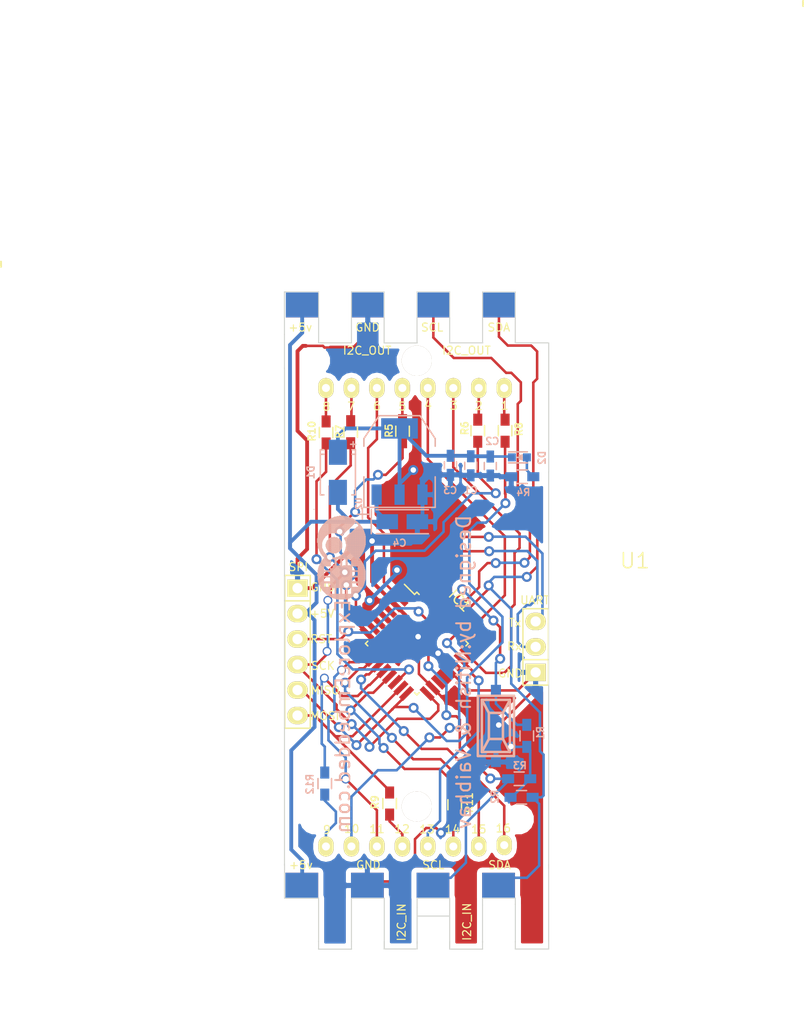
<source format=kicad_pcb>
(kicad_pcb (version 4) (host pcbnew "(2015-01-16 BZR 5376)-product")
  (layers (0 F.Cu signal) (31 B.Cu signal) (34 B.Paste user) (35 F.Paste user) (36 B.SilkS user) (37 F.SilkS user) (38 B.Mask user) (39 F.Mask user) (44 Edge.Cuts user))
  (net 0 "")
  (net 1 +3V3)
  (net 2 GND)
  (net 3 +5V)
  (net 4 "Net-(D2-Pad2)")
  (net 5 "Net-(IC1-Pad1)")
  (net 6 /PB6)
  (net 7 /PB7)
  (net 8 "Net-(IC1-Pad19)")
  (net 9 "Net-(IC1-Pad20)")
  (net 10 "Net-(IC1-Pad22)")
  (net 11 /SDA)
  (net 12 /SCL)
  (net 13 /Rx)
  (net 14 /Tx)
  (net 15 "Net-(IC1-Pad32)")
  (net 16 "Net-(IC1-Pad2)")
  (net 17 "Net-(IC1-Pad9)")
  (net 18 "Net-(IC1-Pad10)")
  (net 19 "Net-(IC1-Pad11)")
  (net 20 "Net-(IC1-Pad12)")
  (net 21 "Net-(IC1-Pad13)")
  (net 22 "Net-(IC1-Pad14)")
  (net 23 "Net-(IC1-Pad23)")
  (net 24 "Net-(IC1-Pad24)")
  (net 25 "Net-(IC1-Pad25)")
  (net 26 "Net-(IC1-Pad26)")
  (net 27 /RST)
  (net 28 "Net-(R5-Pad2)")
  (net 29 "Net-(R6-Pad2)")
  (net 30 "Net-(R7-Pad2)")
  (net 31 "Net-(R8-Pad2)")
  (net 32 "Net-(R9-Pad2)")
  (net 33 "Net-(R10-Pad2)")
  (net 34 "Net-(R11-Pad2)")
  (net 35 "Net-(R12-Pad2)")
  (net 36 /MOSI)
  (net 37 /MISO)
  (net 38 /SCK)
  (net 39 "Net-(P5-Pad1)")
  (net 40 "Net-(P6-Pad1)")
  (module "matrix:8x8dot matrix" (layer F.Cu) (at 145.88 123.37 180)
    (fp_text reference U1 (at -16.84 0.55 180) (layer F.SilkS) (effects (font (size 1.5 1.5))))
    (fp_text value DispHB2388 hide)
    (pad 1 thru_hole oval (at -3.81 17.77754 270) (size 2 1.524) (drill 0.8) (layers *.Cu *.Mask F.SilkS) (net 31 "Net-(R8-Pad2)"))
    (pad 2 thru_hole oval (at -1.27 17.77754 270) (size 2 1.524) (drill 0.8) (layers *.Cu *.Mask F.SilkS) (net 29 "Net-(R6-Pad2)"))
    (pad 3 thru_hole oval (at 1.27 17.77754 270) (size 2 1.524) (drill 0.8) (layers *.Cu *.Mask F.SilkS) (net 24 "Net-(IC1-Pad24)"))
    (pad 4 thru_hole oval (at 3.81 17.77754 270) (size 2 1.524) (drill 0.8) (layers *.Cu *.Mask F.SilkS) (net 25 "Net-(IC1-Pad25)"))
    (pad 5 thru_hole oval (at 6.35 17.77754 270) (size 2 1.524) (drill 0.8) (layers *.Cu *.Mask F.SilkS) (net 28 "Net-(R5-Pad2)"))
    (pad 6 thru_hole oval (at 8.89 17.77754 270) (size 2 1.524) (drill 0.8) (layers *.Cu *.Mask F.SilkS) (net 16 "Net-(IC1-Pad2)"))
    (pad 7 thru_hole oval (at 11.43 17.77754 270) (size 2 1.524) (drill 0.8) (layers *.Cu *.Mask F.SilkS) (net 30 "Net-(R7-Pad2)"))
    (pad 8 thru_hole oval (at 13.97 17.77754 270) (size 2 1.524) (drill 0.8) (layers *.Cu *.Mask F.SilkS) (net 33 "Net-(R10-Pad2)"))
    (pad 16 thru_hole oval (at -3.81 -27.81 270) (size 2 1.524) (drill 0.8) (layers *.Cu *.Mask F.SilkS) (net 19 "Net-(IC1-Pad11)"))
    (pad 15 thru_hole oval (at -1.27 -27.94 270) (size 2 1.524) (drill 0.8) (layers *.Cu *.Mask F.SilkS) (net 18 "Net-(IC1-Pad10)"))
    (pad 14 thru_hole oval (at 1.27 -27.94 270) (size 2 1.524) (drill 0.8) (layers *.Cu *.Mask F.SilkS) (net 34 "Net-(R11-Pad2)"))
    (pad 13 thru_hole oval (at 3.81 -27.94 270) (size 2 1.524) (drill 0.8) (layers *.Cu *.Mask F.SilkS) (net 23 "Net-(IC1-Pad23)"))
    (pad 12 thru_hole oval (at 6.35 -27.94 270) (size 2 1.524) (drill 0.8) (layers *.Cu *.Mask F.SilkS) (net 32 "Net-(R9-Pad2)"))
    (pad 11 thru_hole oval (at 8.89 -27.94 270) (size 2 1.524) (drill 0.8) (layers *.Cu *.Mask F.SilkS) (net 17 "Net-(IC1-Pad9)"))
    (pad 10 thru_hole oval (at 11.43 -27.94 270) (size 2 1.524) (drill 0.8) (layers *.Cu *.Mask F.SilkS) (net 26 "Net-(IC1-Pad26)"))
    (pad 9 thru_hole oval (at 13.97 -27.94 270) (size 2 1.524) (drill 0.8) (layers *.Cu *.Mask F.SilkS) (net 35 "Net-(R12-Pad2)"))
  )
  (module Capacitors_Tantalum_SMD:TantalC_SizeA_EIA-3216_Wave (layer B.Cu) (at 139.525 118.925)
    (fp_text reference C4 (at -0.275 2.125) (layer B.SilkS) (effects (font (size 0.7 0.7)) (justify mirror)))
    (fp_text value 10uF hide)
    (pad 2 smd rect (at 1.50114 0) (size 2.14884 1.50114) (layers B.Cu B.Paste B.Mask) (net 2 GND))
    (pad 1 smd rect (at -1.50114 0) (size 2.14884 1.50114) (layers B.Cu B.Paste B.Mask) (net 3 +5V))
  )
  (module lm1117:lm117_SOT-223 (layer B.Cu) (at 139.25 112.925 180)
    (fp_text reference U2 (at 4.064 -4.191 450) (layer B.SilkS) (effects (font (size 0.6 0.6)) (justify mirror)))
    (fp_text value lm1117/3.3 hide)
    (pad 4 smd rect (at 0 3.302 180) (size 3.6576 2.032) (layers B.Cu B.Paste B.Mask) (net 1 +3V3))
    (pad 2 smd rect (at 0 -3.302 180) (size 1.016 2.032) (layers B.Cu B.Paste B.Mask) (net 1 +3V3))
    (pad 3 smd rect (at 2.286 -3.302 180) (size 1.016 2.032) (layers B.Cu B.Paste B.Mask) (net 3 +5V))
    (pad 1 smd rect (at -2.286 -3.302 180) (size 1.016 2.032) (layers B.Cu B.Paste B.Mask) (net 2 GND))
  )
  (module Diodes_SMD:SMA_Standard (layer B.Cu) (at 133.1 114 270)
    (fp_text reference D1 (at 0 2.7 270) (layer B.SilkS) (effects (font (size 0.7 0.7)) (justify mirror)))
    (fp_text value DIODE hide)
    (pad 1 smd rect (at -1.99898 0 270) (size 2.49936 1.80086) (layers B.Cu B.Paste B.Mask) (net 1 +3V3))
    (pad 2 smd rect (at 1.99898 0 270) (size 2.49936 1.80086) (layers B.Cu B.Paste B.Mask) (net 3 +5V))
  )
  (module Connect:1pin (layer F.Cu) (at 140.97 147.32 180)
    (fp_text reference P5 hide)
    (fp_text value CONN_01X01 hide)
    (pad 1 thru_hole circle (at 0 0 180) (size 3 3) (drill 3) (layers *.Cu *.Mask F.SilkS) (net 39 "Net-(P5-Pad1)"))
  )
  (module Connect:1pin (layer F.Cu) (at 140.97 102.87)
    (fp_text reference P6 hide)
    (fp_text value CONN_01X01 hide)
    (pad 1 thru_hole circle (at 0 0) (size 3 3) (drill 3) (layers *.Cu *.Mask F.SilkS) (net 40 "Net-(P6-Pad1)"))
  )
  (module Pin_Headers:Pin_Header_Straight_1x03 (layer F.Cu) (at 152.825 133.95 180)
    (fp_text reference P4 hide)
    (fp_text value CONN_01X03 hide)
    (pad 1 thru_hole rect (at 0 0 180) (size 2.032 1.7272) (drill 1.016) (layers *.Cu *.Mask F.SilkS) (net 2 GND))
    (pad 2 thru_hole oval (at 0 2.54 180) (size 2.032 1.7272) (drill 1.016) (layers *.Cu *.Mask F.SilkS) (net 13 /Rx))
    (pad 3 thru_hole oval (at 0 5.08 180) (size 2.032 1.7272) (drill 1.016) (layers *.Cu *.Mask F.SilkS) (net 14 /Tx))
  )
  (module Pin_Headers:Pin_Header_Straight_1x06 (layer F.Cu) (at 129.075 125.55)
    (fp_text reference P1 hide)
    (fp_text value CONN_01X06 hide)
    (pad 1 thru_hole rect (at 0 0) (size 2.032 1.7272) (drill 1.016) (layers *.Cu *.Mask F.SilkS) (net 2 GND))
    (pad 2 thru_hole oval (at 0 2.54) (size 2.032 1.7272) (drill 1.016) (layers *.Cu *.Mask F.SilkS) (net 3 +5V))
    (pad 3 thru_hole oval (at 0 5.08) (size 2.032 1.7272) (drill 1.016) (layers *.Cu *.Mask F.SilkS) (net 27 /RST))
    (pad 4 thru_hole oval (at 0 7.62) (size 2.032 1.7272) (drill 1.016) (layers *.Cu *.Mask F.SilkS) (net 38 /SCK))
    (pad 5 thru_hole oval (at 0 10.16) (size 2.032 1.7272) (drill 1.016) (layers *.Cu *.Mask F.SilkS) (net 37 /MISO))
    (pad 6 thru_hole oval (at 0 12.7) (size 2.032 1.7272) (drill 1.016) (layers *.Cu *.Mask F.SilkS) (net 36 /MOSI))
  )
  (module matrix:matrix_connector (layer F.Cu) (at 129.54 97.282 90)
    (fp_text reference P2 hide)
    (fp_text value CONN_01X04 hide)
    (pad 1 connect rect (at 0 0 90) (size 2.54 3.27025) (layers F.Cu F.Mask) (net 3 +5V))
    (pad 2 connect rect (at 0 6.5405 90) (size 2.54 3.27025) (layers F.Cu F.Mask) (net 2 GND))
    (pad 3 connect rect (at 0 13.081 90) (size 2.54 3.27025) (layers F.Cu F.Mask) (net 12 /SCL))
    (pad 4 connect rect (at 0 19.6215 90) (size 2.54 3.27025) (layers F.Cu F.Mask) (net 11 /SDA))
    (pad 1 connect rect (at 0 0 90) (size 2.54 3.27025) (layers B.Cu F.Mask) (net 3 +5V))
    (pad 2 connect rect (at 0 6.5405 90) (size 2.54 3.27025) (layers B.Cu F.Mask) (net 2 GND))
    (pad 3 connect rect (at 0 13.081 90) (size 2.54 3.27025) (layers B.Cu F.Mask) (net 12 /SCL))
    (pad 4 connect rect (at 0 19.6215 90) (size 2.54 3.27025) (layers B.Cu F.Mask) (net 11 /SDA))
  )
  (module LEDs:LED-0603 (layer B.Cu) (at 151.2 112.51)
    (fp_text reference D2 (at 2.25 0.04 90) (layer B.SilkS) (effects (font (size 0.7 0.7)) (justify mirror)))
    (fp_text value LED hide)
    (pad 2 smd rect (at 0.7493 0 180) (size 0.79756 0.79756) (layers B.Cu B.Paste B.Mask) (net 4 "Net-(D2-Pad2)"))
    (pad 1 smd rect (at -0.7493 0 180) (size 0.79756 0.79756) (layers B.Cu B.Paste B.Mask) (net 1 +3V3))
  )
  (module Housings_QFP:TQFP-32_7x7mm_Pitch0.8mm (layer F.Cu) (at 140.975 131.075 315)
    (fp_text reference IC1 (at 0 -6.05 315) (layer F.SilkS))
    (fp_text value ATMEGA8-AI hide)
    (pad 1 smd rect (at -4.25 -2.8 315) (size 1.6 0.55) (layers F.Cu F.Paste F.Mask) (net 5 "Net-(IC1-Pad1)"))
    (pad 2 smd rect (at -4.25 -2 315) (size 1.6 0.55) (layers F.Cu F.Paste F.Mask) (net 16 "Net-(IC1-Pad2)"))
    (pad 3 smd rect (at -4.25 -1.2 315) (size 1.6 0.55) (layers F.Cu F.Paste F.Mask) (net 2 GND))
    (pad 4 smd rect (at -4.25 -0.4 315) (size 1.6 0.55) (layers F.Cu F.Paste F.Mask) (net 1 +3V3))
    (pad 5 smd rect (at -4.25 0.4 315) (size 1.6 0.55) (layers F.Cu F.Paste F.Mask) (net 2 GND))
    (pad 6 smd rect (at -4.25 1.2 315) (size 1.6 0.55) (layers F.Cu F.Paste F.Mask) (net 1 +3V3))
    (pad 7 smd rect (at -4.25 2 315) (size 1.6 0.55) (layers F.Cu F.Paste F.Mask) (net 6 /PB6))
    (pad 8 smd rect (at -4.25 2.8 315) (size 1.6 0.55) (layers F.Cu F.Paste F.Mask) (net 7 /PB7))
    (pad 9 smd rect (at -2.8 4.25 45) (size 1.6 0.55) (layers F.Cu F.Paste F.Mask) (net 17 "Net-(IC1-Pad9)"))
    (pad 10 smd rect (at -2 4.25 45) (size 1.6 0.55) (layers F.Cu F.Paste F.Mask) (net 18 "Net-(IC1-Pad10)"))
    (pad 11 smd rect (at -1.2 4.25 45) (size 1.6 0.55) (layers F.Cu F.Paste F.Mask) (net 19 "Net-(IC1-Pad11)"))
    (pad 12 smd rect (at -0.4 4.25 45) (size 1.6 0.55) (layers F.Cu F.Paste F.Mask) (net 20 "Net-(IC1-Pad12)"))
    (pad 13 smd rect (at 0.4 4.25 45) (size 1.6 0.55) (layers F.Cu F.Paste F.Mask) (net 21 "Net-(IC1-Pad13)"))
    (pad 14 smd rect (at 1.2 4.25 45) (size 1.6 0.55) (layers F.Cu F.Paste F.Mask) (net 22 "Net-(IC1-Pad14)"))
    (pad 15 smd rect (at 2 4.25 45) (size 1.6 0.55) (layers F.Cu F.Paste F.Mask) (net 36 /MOSI))
    (pad 16 smd rect (at 2.8 4.25 45) (size 1.6 0.55) (layers F.Cu F.Paste F.Mask) (net 37 /MISO))
    (pad 17 smd rect (at 4.25 2.8 315) (size 1.6 0.55) (layers F.Cu F.Paste F.Mask) (net 38 /SCK))
    (pad 18 smd rect (at 4.25 2 315) (size 1.6 0.55) (layers F.Cu F.Paste F.Mask) (net 1 +3V3))
    (pad 19 smd rect (at 4.25 1.2 315) (size 1.6 0.55) (layers F.Cu F.Paste F.Mask) (net 8 "Net-(IC1-Pad19)"))
    (pad 20 smd rect (at 4.25 0.4 315) (size 1.6 0.55) (layers F.Cu F.Paste F.Mask) (net 9 "Net-(IC1-Pad20)"))
    (pad 21 smd rect (at 4.25 -0.4 315) (size 1.6 0.55) (layers F.Cu F.Paste F.Mask) (net 2 GND))
    (pad 22 smd rect (at 4.25 -1.2 315) (size 1.6 0.55) (layers F.Cu F.Paste F.Mask) (net 10 "Net-(IC1-Pad22)"))
    (pad 23 smd rect (at 4.25 -2 315) (size 1.6 0.55) (layers F.Cu F.Paste F.Mask) (net 23 "Net-(IC1-Pad23)"))
    (pad 24 smd rect (at 4.25 -2.8 315) (size 1.6 0.55) (layers F.Cu F.Paste F.Mask) (net 24 "Net-(IC1-Pad24)"))
    (pad 25 smd rect (at 2.8 -4.25 45) (size 1.6 0.55) (layers F.Cu F.Paste F.Mask) (net 25 "Net-(IC1-Pad25)"))
    (pad 26 smd rect (at 2 -4.25 45) (size 1.6 0.55) (layers F.Cu F.Paste F.Mask) (net 26 "Net-(IC1-Pad26)"))
    (pad 27 smd rect (at 1.2 -4.25 45) (size 1.6 0.55) (layers F.Cu F.Paste F.Mask) (net 11 /SDA))
    (pad 28 smd rect (at 0.4 -4.25 45) (size 1.6 0.55) (layers F.Cu F.Paste F.Mask) (net 12 /SCL))
    (pad 29 smd rect (at -0.4 -4.25 45) (size 1.6 0.55) (layers F.Cu F.Paste F.Mask) (net 27 /RST))
    (pad 30 smd rect (at -1.2 -4.25 45) (size 1.6 0.55) (layers F.Cu F.Paste F.Mask) (net 13 /Rx))
    (pad 31 smd rect (at -2 -4.25 45) (size 1.6 0.55) (layers F.Cu F.Paste F.Mask) (net 14 /Tx))
    (pad 32 smd rect (at -2.8 -4.25 45) (size 1.6 0.55) (layers F.Cu F.Paste F.Mask) (net 15 "Net-(IC1-Pad32)"))
  )
  (module Capacitors_SMD:C_0603_HandSoldering (layer B.Cu) (at 146.35 113.35 270)
    (fp_text reference C1 (at 2.45 0 360) (layer B.SilkS) (effects (font (size 0.7 0.7)) (justify mirror)))
    (fp_text value 0.1uf hide)
    (pad 1 smd rect (at -0.95 0 270) (size 1.2 0.75) (layers B.Cu B.Paste B.Mask) (net 1 +3V3))
    (pad 2 smd rect (at 0.95 0 270) (size 1.2 0.75) (layers B.Cu B.Paste B.Mask) (net 2 GND))
  )
  (module Capacitors_SMD:C_0603_HandSoldering (layer B.Cu) (at 148.3 113.375 270)
    (fp_text reference C2 (at -2.475 -0.2 360) (layer B.SilkS) (effects (font (size 0.7 0.7)) (justify mirror)))
    (fp_text value 0.1uf hide)
    (pad 1 smd rect (at -0.95 0 270) (size 1.2 0.75) (layers B.Cu B.Paste B.Mask) (net 1 +3V3))
    (pad 2 smd rect (at 0.95 0 270) (size 1.2 0.75) (layers B.Cu B.Paste B.Mask) (net 2 GND))
  )
  (module Capacitors_SMD:C_0603_HandSoldering (layer B.Cu) (at 144.325 113.3 270)
    (fp_text reference C3 (at 2.5 0.025 360) (layer B.SilkS) (effects (font (size 0.7 0.7)) (justify mirror)))
    (fp_text value 0.1uf hide)
    (pad 1 smd rect (at -0.95 0 270) (size 1.2 0.75) (layers B.Cu B.Paste B.Mask) (net 1 +3V3))
    (pad 2 smd rect (at 0.95 0 270) (size 1.2 0.75) (layers B.Cu B.Paste B.Mask) (net 2 GND))
  )
  (module Resistors_SMD:R_0603_HandSoldering (layer B.Cu) (at 151.94 140.28 90)
    (fp_text reference R1 (at 0.28 1.36 90) (layer B.SilkS) (effects (font (size 0.7 0.7)) (justify mirror)))
    (fp_text value 10K hide)
    (pad 1 smd rect (at -1.1 0 90) (size 1.2 0.9) (layers B.Cu B.Paste B.Mask) (net 1 +3V3))
    (pad 2 smd rect (at 1.1 0 90) (size 1.2 0.9) (layers B.Cu B.Paste B.Mask) (net 27 /RST))
  )
  (module Resistors_SMD:R_0603_HandSoldering (layer B.Cu) (at 151.42 146.41)
    (fp_text reference R2 (at -2.67 -0.06 90) (layer B.SilkS) (effects (font (size 0.7 0.7)) (justify mirror)))
    (fp_text value 10K hide)
    (pad 1 smd rect (at -1.1 0) (size 1.2 0.9) (layers B.Cu B.Paste B.Mask) (net 1 +3V3))
    (pad 2 smd rect (at 1.1 0) (size 1.2 0.9) (layers B.Cu B.Paste B.Mask) (net 11 /SDA))
  )
  (module Resistors_SMD:R_0603_HandSoldering (layer B.Cu) (at 151.18 144.56 180)
    (fp_text reference R3 (at -0.07 1.31 180) (layer B.SilkS) (effects (font (size 0.7 0.7)) (justify mirror)))
    (fp_text value 10K hide)
    (pad 1 smd rect (at -1.1 0 180) (size 1.2 0.9) (layers B.Cu B.Paste B.Mask) (net 1 +3V3))
    (pad 2 smd rect (at 1.1 0 180) (size 1.2 0.9) (layers B.Cu B.Paste B.Mask) (net 12 /SCL))
  )
  (module Resistors_SMD:R_0603_HandSoldering (layer B.Cu) (at 151.49 114.44 180)
    (fp_text reference R4 (at -0.11 -1.56 180) (layer B.SilkS) (effects (font (size 0.7 0.7)) (justify mirror)))
    (fp_text value 470E hide)
    (pad 1 smd rect (at -1.1 0 180) (size 1.2 0.9) (layers B.Cu B.Paste B.Mask) (net 4 "Net-(D2-Pad2)"))
    (pad 2 smd rect (at 1.1 0 180) (size 1.2 0.9) (layers B.Cu B.Paste B.Mask) (net 2 GND))
  )
  (module Resistors_SMD:R_0603_HandSoldering (layer F.Cu) (at 139.55 109.9 90)
    (fp_text reference R5 (at 0.05 -1.35 90) (layer F.SilkS) (effects (font (size 0.7 0.7))))
    (fp_text value 22E hide)
    (pad 1 smd rect (at -1.1 0 90) (size 1.2 0.9) (layers F.Cu F.Paste F.Mask) (net 7 /PB7))
    (pad 2 smd rect (at 1.1 0 90) (size 1.2 0.9) (layers F.Cu F.Paste F.Mask) (net 28 "Net-(R5-Pad2)"))
  )
  (module Resistors_SMD:R_0603_HandSoldering (layer F.Cu) (at 147.05 109.85 90)
    (fp_text reference R6 (at 0.25 -1.3 90) (layer F.SilkS) (effects (font (size 0.7 0.7))))
    (fp_text value 22E hide)
    (pad 1 smd rect (at -1.1 0 90) (size 1.2 0.9) (layers F.Cu F.Paste F.Mask) (net 6 /PB6))
    (pad 2 smd rect (at 1.1 0 90) (size 1.2 0.9) (layers F.Cu F.Paste F.Mask) (net 29 "Net-(R6-Pad2)"))
  )
  (module Resistors_SMD:R_0603_HandSoldering (layer F.Cu) (at 134.375 110 90)
    (fp_text reference R7 (at 0.05 -1.125 90) (layer F.SilkS) (effects (font (size 0.7 0.7))))
    (fp_text value 22E hide)
    (pad 1 smd rect (at -1.1 0 90) (size 1.2 0.9) (layers F.Cu F.Paste F.Mask) (net 38 /SCK))
    (pad 2 smd rect (at 1.1 0 90) (size 1.2 0.9) (layers F.Cu F.Paste F.Mask) (net 30 "Net-(R7-Pad2)"))
  )
  (module Resistors_SMD:R_0603_HandSoldering (layer F.Cu) (at 149.775 109.85 90)
    (fp_text reference R8 (at 0.15 1.375 90) (layer F.SilkS) (effects (font (size 0.7 0.7))))
    (fp_text value 22E hide)
    (pad 1 smd rect (at -1.1 0 90) (size 1.2 0.9) (layers F.Cu F.Paste F.Mask) (net 37 /MISO))
    (pad 2 smd rect (at 1.1 0 90) (size 1.2 0.9) (layers F.Cu F.Paste F.Mask) (net 31 "Net-(R8-Pad2)"))
  )
  (module Resistors_SMD:R_0603_HandSoldering (layer F.Cu) (at 138.26 147.03 270)
    (fp_text reference R9 (at -0.13 1.46 270) (layer F.SilkS) (effects (font (size 0.7 0.7))))
    (fp_text value 22E hide)
    (pad 1 smd rect (at -1.1 0 270) (size 1.2 0.9) (layers F.Cu F.Paste F.Mask) (net 36 /MOSI))
    (pad 2 smd rect (at 1.1 0 270) (size 1.2 0.9) (layers F.Cu F.Paste F.Mask) (net 32 "Net-(R9-Pad2)"))
  )
  (module Resistors_SMD:R_0603_HandSoldering (layer F.Cu) (at 131.925 110.025 90)
    (fp_text reference R10 (at 0.125 -1.425 90) (layer F.SilkS) (effects (font (size 0.7 0.7))))
    (fp_text value 22E hide)
    (pad 1 smd rect (at -1.1 0 90) (size 1.2 0.9) (layers F.Cu F.Paste F.Mask) (net 22 "Net-(IC1-Pad14)"))
    (pad 2 smd rect (at 1.1 0 90) (size 1.2 0.9) (layers F.Cu F.Paste F.Mask) (net 33 "Net-(R10-Pad2)"))
  )
  (module Resistors_SMD:R_0603_HandSoldering (layer F.Cu) (at 144.75 147.15 270)
    (fp_text reference R11 (at -0.2 -1.45 270) (layer F.SilkS) (effects (font (size 0.7 0.7))))
    (fp_text value 22E hide)
    (pad 1 smd rect (at -1.1 0 270) (size 1.2 0.9) (layers F.Cu F.Paste F.Mask) (net 21 "Net-(IC1-Pad13)"))
    (pad 2 smd rect (at 1.1 0 270) (size 1.2 0.9) (layers F.Cu F.Paste F.Mask) (net 34 "Net-(R11-Pad2)"))
  )
  (module Resistors_SMD:R_0603_HandSoldering (layer B.Cu) (at 131.79 145.04 270)
    (fp_text reference R12 (at 0.06 1.49 270) (layer B.SilkS) (effects (font (size 0.7 0.7)) (justify mirror)))
    (fp_text value 22E hide)
    (pad 1 smd rect (at -1.1 0 270) (size 1.2 0.9) (layers B.Cu B.Paste B.Mask) (net 20 "Net-(IC1-Pad12)"))
    (pad 2 smd rect (at 1.1 0 270) (size 1.2 0.9) (layers B.Cu B.Paste B.Mask) (net 35 "Net-(R12-Pad2)"))
  )
  (module switch:smd_push (layer B.Cu) (at 148.86 139.29 90)
    (fp_text reference SW1 hide)
    (fp_text value SPST hide)
    (pad 1 smd rect (at -3.59918 0 90) (size 1.00076 1.00076) (layers B.Cu B.Paste B.Mask) (net 2 GND))
    (pad 2 smd rect (at 3.59918 0 90) (size 1.00076 1.00076) (layers B.Cu B.Paste B.Mask) (net 27 /RST))
  )
  (module matrix:matrix_connector (layer F.Cu) (at 129.5 155.2 90)
    (fp_text reference P3 hide)
    (fp_text value CONN_01X04 hide)
    (pad 1 connect rect (at 0 0 90) (size 2.54 3.27025) (layers F.Cu F.Mask) (net 3 +5V))
    (pad 2 connect rect (at 0 6.5405 90) (size 2.54 3.27025) (layers F.Cu F.Mask) (net 2 GND))
    (pad 3 connect rect (at 0 13.081 90) (size 2.54 3.27025) (layers F.Cu F.Mask) (net 12 /SCL))
    (pad 4 connect rect (at 0 19.6215 90) (size 2.54 3.27025) (layers F.Cu F.Mask) (net 11 /SDA))
    (pad 1 connect rect (at 0 0 90) (size 2.54 3.27025) (layers B.Cu F.Mask) (net 3 +5V))
    (pad 2 connect rect (at 0 6.5405 90) (size 2.54 3.27025) (layers B.Cu F.Mask) (net 2 GND))
    (pad 3 connect rect (at 0 13.081 90) (size 2.54 3.27025) (layers B.Cu F.Mask) (net 12 /SCL))
    (pad 4 connect rect (at 0 19.6215 90) (size 2.54 3.27025) (layers B.Cu F.Mask) (net 11 /SDA))
  )
  (module "lm1117:LOGO (2)" (layer B.Cu) (at 130.675 117.675 270)
    (fp_text reference LOGO hide)
    (fp_text value "" (at 0 0 270) (layer B.SilkS) (effects (justify mirror)))
  )
  (gr_text I2C_IN (at 145.975 158.825 90) (layer F.SilkS) (effects (font (size 0.8 0.8) (thickness 0.12))))
  (gr_text "Designed by:Nitish & Vaibhav" (at 145.65 133.925 90) (layer B.SilkS) (effects (font (size 1.4 1.4) (thickness 0.2)) (justify mirror)))
  (gr_text ExploreEmbedded.com (at 133.6 138.35 90) (layer B.SilkS) (effects (font (size 1.4 1.4) (thickness 0.2)) (justify mirror)))
  (gr_line (start 150.80234 157.07868) (end 150.80234 160.84804) (angle 90) (layer Edge.Cuts) (width 0.1))
  (gr_line (start 147.52574 157.19552) (end 147.52574 160.8709) (angle 90) (layer Edge.Cuts) (width 0.1))
  (gr_line (start 150.7998 157.07614) (end 150.78456 157.07614) (angle 90) (layer Edge.Cuts) (width 0.1))
  (gr_line (start 150.7998 156.46654) (end 150.7998 157.07614) (angle 90) (layer Edge.Cuts) (width 0.1))
  (gr_line (start 147.52574 156.46654) (end 150.7998 156.46654) (angle 90) (layer Edge.Cuts) (width 0.1))
  (gr_line (start 147.52574 157.19044) (end 147.52574 156.46654) (angle 90) (layer Edge.Cuts) (width 0.1))
  (gr_line (start 141.00048 160.95472) (end 141.00302 160.95472) (angle 90) (layer Edge.Cuts) (width 0.1))
  (gr_line (start 141.00048 157.39872) (end 141.00048 160.95472) (angle 90) (layer Edge.Cuts) (width 0.1))
  (gr_line (start 144.25168 161.3916) (end 144.25422 161.3916) (angle 90) (layer Edge.Cuts) (width 0.1))
  (gr_line (start 144.25168 156.46908) (end 144.25168 161.3916) (angle 90) (layer Edge.Cuts) (width 0.1))
  (gr_line (start 141.00048 156.46908) (end 144.25168 156.46908) (angle 90) (layer Edge.Cuts) (width 0.1))
  (gr_line (start 141.00048 157.38856) (end 141.00048 156.46908) (angle 90) (layer Edge.Cuts) (width 0.1))
  (gr_line (start 137.72642 161.52876) (end 137.73658 161.52876) (angle 90) (layer Edge.Cuts) (width 0.1))
  (gr_line (start 137.72642 156.46908) (end 137.72642 161.52876) (angle 90) (layer Edge.Cuts) (width 0.1))
  (gr_line (start 134.44982 156.46908) (end 137.72642 156.46908) (angle 90) (layer Edge.Cuts) (width 0.1))
  (gr_line (start 134.44982 160.78708) (end 134.44982 156.46908) (angle 90) (layer Edge.Cuts) (width 0.1))
  (gr_line (start 131.16306 156.48432) (end 131.16306 156.49448) (angle 90) (layer Edge.Cuts) (width 0.1))
  (gr_line (start 131.17576 156.47162) (end 131.16306 156.48432) (angle 90) (layer Edge.Cuts) (width 0.1))
  (gr_line (start 131.17576 160.7947) (end 131.17576 156.47162) (angle 90) (layer Edge.Cuts) (width 0.1))
  (gr_line (start 127.77978 156.47416) (end 131.18084 156.47416) (angle 90) (layer Edge.Cuts) (width 0.1))
  (gr_line (start 127.77978 155.70708) (end 127.77978 156.47416) (angle 90) (layer Edge.Cuts) (width 0.1))
  (gr_line (start 154.1272 161.53892) (end 154.1272 161.5059) (angle 90) (layer Edge.Cuts) (width 0.1))
  (gr_line (start 150.79726 161.53892) (end 154.1272 161.53892) (angle 90) (layer Edge.Cuts) (width 0.1))
  (gr_line (start 147.52574 161.54654) (end 147.52574 161.5313) (angle 90) (layer Edge.Cuts) (width 0.1))
  (gr_line (start 144.25168 161.54654) (end 147.52574 161.54654) (angle 90) (layer Edge.Cuts) (width 0.1))
  (gr_line (start 141.00048 160.78708) (end 141.00048 161.53384) (angle 90) (layer Edge.Cuts) (width 0.1))
  (gr_line (start 137.72642 161.53384) (end 141.00556 161.53384) (angle 90) (layer Edge.Cuts) (width 0.1))
  (gr_line (start 134.45236 161.54908) (end 134.45236 161.55416) (angle 90) (layer Edge.Cuts) (width 0.1))
  (gr_line (start 131.18338 161.54908) (end 134.45236 161.54908) (angle 90) (layer Edge.Cuts) (width 0.1))
  (gr_line (start 154.12466 160.78708) (end 154.12466 161.54146) (angle 90) (layer Edge.Cuts) (width 0.1))
  (gr_line (start 150.79726 161.54146) (end 150.83028 161.54146) (angle 90) (layer Edge.Cuts) (width 0.1))
  (gr_line (start 150.79726 160.76422) (end 150.79726 161.54146) (angle 90) (layer Edge.Cuts) (width 0.1))
  (gr_line (start 147.52574 161.54146) (end 147.52828 161.54146) (angle 90) (layer Edge.Cuts) (width 0.1))
  (gr_line (start 147.52574 160.77184) (end 147.52574 161.54146) (angle 90) (layer Edge.Cuts) (width 0.1))
  (gr_line (start 144.25168 160.7947) (end 144.25168 161.544) (angle 90) (layer Edge.Cuts) (width 0.1))
  (gr_line (start 137.72642 161.53892) (end 137.70356 161.53892) (angle 90) (layer Edge.Cuts) (width 0.1))
  (gr_line (start 137.72642 160.78454) (end 137.72642 161.53892) (angle 90) (layer Edge.Cuts) (width 0.1))
  (gr_line (start 134.45 161.54) (end 134.44 161.54) (angle 90) (layer Edge.Cuts) (width 0.1))
  (gr_line (start 134.45 160.78) (end 134.45 161.54) (angle 90) (layer Edge.Cuts) (width 0.1))
  (gr_line (start 131.175 161.55) (end 131.175 161.525) (angle 90) (layer Edge.Cuts) (width 0.1))
  (gr_line (start 131.175 160.775) (end 131.175 161.55) (angle 90) (layer Edge.Cuts) (width 0.1))
  (gr_text I2C_OUT (at 145.923 101.854) (layer F.SilkS) (effects (font (size 0.8 0.8) (thickness 0.12))))
  (gr_text 16 (at 149.6 149.5) (layer F.SilkS) (effects (font (size 0.8 0.8) (thickness 0.12))))
  (gr_text 15 (at 147.15 149.6) (layer F.SilkS) (effects (font (size 0.8 0.8) (thickness 0.12))))
  (gr_text 14 (at 144.526 149.606) (layer F.SilkS) (effects (font (size 0.8 0.8) (thickness 0.12))))
  (gr_text 13 (at 141.986 149.606) (layer F.SilkS) (effects (font (size 0.8 0.8) (thickness 0.12))))
  (gr_text 12 (at 139.5 149.575) (layer F.SilkS) (effects (font (size 0.8 0.8) (thickness 0.12))))
  (gr_text 11 (at 137 149.575) (layer F.SilkS) (effects (font (size 0.8 0.8) (thickness 0.12))))
  (gr_text 10 (at 134.475 149.55) (layer F.SilkS) (effects (font (size 0.8 0.8) (thickness 0.12))))
  (gr_text 9 (at 132 149.65) (layer F.SilkS) (effects (font (size 0.8 0.8) (thickness 0.12))))
  (gr_text 8 (at 131.95 107.45) (layer F.SilkS) (effects (font (size 0.8 0.8) (thickness 0.12))))
  (gr_text 7 (at 134.425 107.425) (layer F.SilkS) (effects (font (size 0.8 0.8) (thickness 0.12))))
  (gr_text 6 (at 137 107.4) (layer F.SilkS) (effects (font (size 0.8 0.8) (thickness 0.12))))
  (gr_text 5 (at 139.525 107.425) (layer F.SilkS) (effects (font (size 0.8 0.8) (thickness 0.12))))
  (gr_text 4 (at 142.1 107.3) (layer F.SilkS) (effects (font (size 0.8 0.8) (thickness 0.12))))
  (gr_text 3 (at 144.65 107.35) (layer F.SilkS) (effects (font (size 0.8 0.8) (thickness 0.12))))
  (gr_text 2 (at 147.15 107.375) (layer F.SilkS) (effects (font (size 0.8 0.8) (thickness 0.12))))
  (gr_text 1 (at 149.725 107.35) (layer F.SilkS) (effects (font (size 0.8 0.8) (thickness 0.12))))
  (gr_text I2C_IN (at 139.446 158.877 90) (layer F.SilkS) (effects (font (size 0.8 0.8) (thickness 0.12))))
  (gr_text I2C_OUT (at 136.017 101.854) (layer F.SilkS) (effects (font (size 0.8 0.8) (thickness 0.12))))
  (gr_text UART (at 152.75 126.75) (layer F.SilkS) (effects (font (size 0.8 0.8) (thickness 0.12))))
  (gr_text "GND\n" (at 150.3 134.05) (layer F.SilkS) (effects (font (size 0.8 0.8) (thickness 0.12))))
  (gr_text SPI (at 129.16 123.44) (layer F.SilkS) (effects (font (size 0.8 0.8) (thickness 0.12))))
  (gr_text "GND\n" (at 131.6 125.46) (layer F.SilkS) (effects (font (size 0.8 0.8) (thickness 0.12))))
  (gr_text +5V (at 131.53 128.09) (layer F.SilkS) (effects (font (size 0.8 0.8) (thickness 0.12))))
  (gr_line (start 154.125 153.5) (end 154.125 153.1) (angle 90) (layer Edge.Cuts) (width 0.1))
  (gr_line (start 127.77 100.28) (end 127.77 96) (angle 90) (layer Edge.Cuts) (width 0.1))
  (gr_line (start 127.78 155.7) (end 127.78 153.07) (angle 90) (layer Edge.Cuts) (width 0.1))
  (gr_line (start 154.13 101.09) (end 154.11 101.09) (angle 90) (layer Edge.Cuts) (width 0.1))
  (gr_line (start 154.13 113.98) (end 154.13 101.09) (angle 90) (layer Edge.Cuts) (width 0.1))
  (gr_line (start 154.13 101.09) (end 154.13 101.1) (angle 90) (layer Edge.Cuts) (width 0.1))
  (gr_line (start 150.79 101.09) (end 154.13 101.09) (angle 90) (layer Edge.Cuts) (width 0.1))
  (gr_line (start 144.25 101.09) (end 147.54 101.09) (angle 90) (layer Edge.Cuts) (width 0.1))
  (gr_line (start 141 101.1) (end 141 101.05) (angle 90) (layer Edge.Cuts) (width 0.1))
  (gr_line (start 137.71 101.1) (end 141 101.1) (angle 90) (layer Edge.Cuts) (width 0.1))
  (gr_line (start 134.45 101.09) (end 134.45 101.1) (angle 90) (layer Edge.Cuts) (width 0.1))
  (gr_line (start 131.4 101.09) (end 134.45 101.09) (angle 90) (layer Edge.Cuts) (width 0.1))
  (gr_line (start 150.79 96.02) (end 150.79 98.7) (angle 90) (layer Edge.Cuts) (width 0.1))
  (gr_line (start 150.78 96.02) (end 150.79 96.02) (angle 90) (layer Edge.Cuts) (width 0.1))
  (gr_line (start 147.53 96.02) (end 150.78 96.02) (angle 90) (layer Edge.Cuts) (width 0.1))
  (gr_line (start 147.53 98.53) (end 147.53 96.01) (angle 90) (layer Edge.Cuts) (width 0.1))
  (gr_line (start 144.25 96.01) (end 144.25 98.63) (angle 90) (layer Edge.Cuts) (width 0.1))
  (gr_line (start 140.99 96.01) (end 144.25 96.01) (angle 90) (layer Edge.Cuts) (width 0.1))
  (gr_line (start 140.99 98.56) (end 140.99 96.01) (angle 90) (layer Edge.Cuts) (width 0.1))
  (gr_line (start 137.71 98.67) (end 137.72 98.67) (angle 90) (layer Edge.Cuts) (width 0.1))
  (gr_line (start 137.71 96.01) (end 137.71 98.67) (angle 90) (layer Edge.Cuts) (width 0.1))
  (gr_line (start 134.45 96.01) (end 137.71 96.01) (angle 90) (layer Edge.Cuts) (width 0.1))
  (gr_line (start 134.45 98.57) (end 134.45 96.01) (angle 90) (layer Edge.Cuts) (width 0.1))
  (gr_line (start 127.76 96.01) (end 127.94 96.01) (angle 90) (layer Edge.Cuts) (width 0.1))
  (gr_line (start 150.79 101.08) (end 150.81 101.08) (angle 90) (layer Edge.Cuts) (width 0.1))
  (gr_line (start 150.79 98.55) (end 150.79 101.08) (angle 90) (layer Edge.Cuts) (width 0.1))
  (gr_line (start 147.53 101.09) (end 147.56 101.09) (angle 90) (layer Edge.Cuts) (width 0.1))
  (gr_line (start 147.53 98.54) (end 147.53 101.09) (angle 90) (layer Edge.Cuts) (width 0.1))
  (gr_line (start 144.25 98.55) (end 144.25 101.09) (angle 90) (layer Edge.Cuts) (width 0.1))
  (gr_line (start 140.99 101.08) (end 140.97 101.08) (angle 90) (layer Edge.Cuts) (width 0.1))
  (gr_line (start 140.99 98.55) (end 140.99 101.08) (angle 90) (layer Edge.Cuts) (width 0.1))
  (gr_line (start 137.71 101.1) (end 137.72 101.1) (angle 90) (layer Edge.Cuts) (width 0.1))
  (gr_line (start 137.71 98.55) (end 137.71 101.1) (angle 90) (layer Edge.Cuts) (width 0.1))
  (gr_line (start 134.45 98.55) (end 134.45 101.075) (angle 90) (layer Edge.Cuts) (width 0.1))
  (gr_line (start 131.18 96.01) (end 131.18 101.09) (angle 90) (layer Edge.Cuts) (width 0.1))
  (gr_line (start 127.91 96.01) (end 131.18 96.01) (angle 90) (layer Edge.Cuts) (width 0.1))
  (gr_line (start 131.191 101.092) (end 131.699 101.092) (angle 90) (layer Edge.Cuts) (width 0.1))
  (gr_line (start 154.125 160.775) (end 154.125 160.675) (angle 90) (layer Edge.Cuts) (width 0.1))
  (gr_line (start 154.125 153.25) (end 154.125 160.7) (angle 90) (layer Edge.Cuts) (width 0.1))
  (gr_line (start 141.1 158.25) (end 144.25 158.25) (angle 90) (layer Edge.Cuts) (width 0.1))
  (gr_line (start 154.12974 153.162) (end 154.12974 153.15438) (angle 90) (layer Edge.Cuts) (width 0.1))
  (gr_line (start 127.77 103.69) (end 127.77 100.24) (angle 90) (layer Edge.Cuts) (width 0.1))
  (gr_line (start 99.5 93.5) (end 99.5 93) (angle 90) (layer F.SilkS) (width 0.2))
  (gr_line (start 179.5 67) (end 179.5 67.5) (angle 90) (layer F.SilkS) (width 0.2))
  (gr_text Rx (at 150.7 131.35) (layer F.SilkS) (effects (font (size 0.8 0.8) (thickness 0.12))))
  (gr_text Tx (at 150.75 129) (layer F.SilkS) (effects (font (size 0.8 0.8) (thickness 0.12))))
  (gr_text SCK (at 131.61 133.29) (layer F.SilkS) (effects (font (size 0.8 0.8) (thickness 0.12))))
  (gr_text MISO (at 131.84 135.74) (layer F.SilkS) (effects (font (size 0.8 0.8) (thickness 0.12))))
  (gr_text MOSI (at 131.8 138.3) (layer F.SilkS) (effects (font (size 0.8 0.8) (thickness 0.12))))
  (gr_text "RST\n" (at 131.44 130.63) (layer F.SilkS) (effects (font (size 0.8 0.8) (thickness 0.12))))
  (gr_text +5v (at 129.413 153.162) (layer F.SilkS) (effects (font (size 0.8 0.8) (thickness 0.12))))
  (gr_text GND (at 136.144 153.162) (layer F.SilkS) (effects (font (size 0.8 0.8) (thickness 0.12))))
  (gr_text SCL (at 142.621 153.162) (layer F.SilkS) (effects (font (size 0.8 0.8) (thickness 0.12))))
  (gr_text SDA (at 149.225 153.162) (layer F.SilkS) (effects (font (size 0.8 0.8) (thickness 0.12))))
  (gr_text SDA (at 149.15 99.55) (layer F.SilkS) (effects (font (size 0.8 0.8) (thickness 0.12))))
  (gr_text SCL (at 142.5 99.55) (layer F.SilkS) (effects (font (size 0.8 0.8) (thickness 0.12))))
  (gr_text GND (at 136.05 99.55) (layer F.SilkS) (effects (font (size 0.8 0.8) (thickness 0.12))))
  (gr_text +5v (at 129.35 99.55) (layer F.SilkS) (effects (font (size 0.8 0.8) (thickness 0.12))))
  (gr_line (start 154.125 113.975) (end 154.125 153.2) (angle 90) (layer Edge.Cuts) (width 0.1))
  (gr_line (start 154.125 153.2) (end 154.125 153.175) (angle 90) (layer Edge.Cuts) (width 0.1))
  (gr_line (start 127.775 124.15) (end 127.775 153.2) (angle 90) (layer Edge.Cuts) (width 0.1))
  (gr_line (start 127.775 124.15) (end 127.775 103.575) (angle 90) (layer Edge.Cuts) (width 0.1))
  (segment (start 150.32 146.41) (end 150.43 146.41) (width 0.254) (layer B.Cu) (net 1))
  (segment (start 150.43 146.41) (end 152.28 144.56) (width 0.254) (layer B.Cu) (net 1))
  (segment (start 138.252639 127.786953) (end 138.252639 127.702639) (width 0.381) (layer F.Cu) (net 1))
  (segment (start 138.252639 127.702639) (end 137.33 126.78) (width 0.381) (layer F.Cu) (net 1))
  (segment (start 137.33 126.78) (end 136.26 126.78) (width 0.381) (layer F.Cu) (net 1))
  (segment (start 137.121268 128.918324) (end 137.098324 128.918324) (width 0.381) (layer F.Cu) (net 1))
  (segment (start 137.098324 128.918324) (end 136.26 128.08) (width 0.381) (layer F.Cu) (net 1))
  (segment (start 139.25 115.14) (end 140.62 113.77) (width 0.381) (layer B.Cu) (net 1))
  (via (at 140.62 113.77) (size 0.999998) (drill 0.549999) (layers F.Cu B.Cu) (net 1))
  (segment (start 140.62 113.77) (end 140.79 113.94) (width 0.381) (layer F.Cu) (net 1))
  (segment (start 140.79 113.94) (end 141.71 113.94) (width 0.381) (layer F.Cu) (net 1))
  (segment (start 141.71 113.94) (end 142.41 114.64) (width 0.381) (layer F.Cu) (net 1))
  (segment (start 142.41 114.64) (end 142.41 120.33) (width 0.381) (layer F.Cu) (net 1))
  (segment (start 142.41 120.33) (end 138.99 123.75) (width 0.381) (layer F.Cu) (net 1))
  (via (at 138.99 123.75) (size 0.999998) (drill 0.549999) (layers F.Cu B.Cu) (net 1))
  (segment (start 139.25 116.227) (end 139.25 115.14) (width 0.381) (layer B.Cu) (net 1))
  (segment (start 138.99 124.05) (end 138.99 123.75) (width 0.381) (layer B.Cu) (net 1))
  (segment (start 136.26 126.78) (end 138.99 124.05) (width 0.381) (layer B.Cu) (net 1))
  (via (at 136.26 126.78) (size 0.999998) (drill 0.549999) (layers F.Cu B.Cu) (net 1))
  (segment (start 136.26 128.08) (end 136.26 126.78) (width 0.381) (layer F.Cu) (net 1))
  (segment (start 142.56599 135.494417) (end 142.56599 135.49599) (width 0.254) (layer F.Cu) (net 1))
  (segment (start 142.56599 135.49599) (end 144.14 137.07) (width 0.254) (layer F.Cu) (net 1))
  (segment (start 150.4 141.38) (end 151.94 141.38) (width 0.254) (layer B.Cu) (net 1))
  (segment (start 150.36 141.34) (end 150.4 141.38) (width 0.254) (layer B.Cu) (net 1))
  (via (at 150.36 141.34) (size 0.999998) (drill 0.549999) (layers F.Cu B.Cu) (net 1))
  (segment (start 149.28 141.34) (end 150.36 141.34) (width 0.254) (layer F.Cu) (net 1))
  (segment (start 148.01 140.07) (end 149.28 141.34) (width 0.254) (layer F.Cu) (net 1))
  (segment (start 148.01 138.46) (end 148.01 140.07) (width 0.254) (layer F.Cu) (net 1))
  (segment (start 146.62 137.07) (end 148.01 138.46) (width 0.254) (layer F.Cu) (net 1))
  (segment (start 144.14 137.07) (end 146.62 137.07) (width 0.254) (layer F.Cu) (net 1))
  (segment (start 152.28 144.56) (end 152.28 141.72) (width 0.254) (layer B.Cu) (net 1))
  (segment (start 152.28 141.72) (end 151.94 141.38) (width 0.254) (layer B.Cu) (net 1))
  (segment (start 148.3 112.425) (end 150.3657 112.425) (width 0.254) (layer B.Cu) (net 1))
  (segment (start 150.3657 112.425) (end 150.4507 112.51) (width 0.254) (layer B.Cu) (net 1))
  (segment (start 150.16 146.91) (end 150.16 146.68) (width 0.254) (layer B.Cu) (net 1))
  (segment (start 142.56599 135.494417) (end 142.56599 135.55599) (width 0.254) (layer F.Cu) (net 1))
  (segment (start 137.121268 128.918324) (end 137.121268 128.941268) (width 0.254) (layer F.Cu) (net 1))
  (segment (start 137.121268 128.941268) (end 140.14 131.96) (width 0.254) (layer F.Cu) (net 1))
  (segment (start 141.18 134.108427) (end 142.56599 135.494417) (width 0.254) (layer F.Cu) (net 1))
  (segment (start 141.18 132.79) (end 141.18 134.108427) (width 0.254) (layer F.Cu) (net 1))
  (segment (start 140.35 131.96) (end 141.18 132.79) (width 0.254) (layer F.Cu) (net 1))
  (segment (start 140.14 131.96) (end 140.35 131.96) (width 0.254) (layer F.Cu) (net 1))
  (segment (start 137.121268 128.918324) (end 137.143324 128.918324) (width 0.254) (layer F.Cu) (net 1))
  (segment (start 137.121268 128.918324) (end 137.093324 128.918324) (width 0.381) (layer F.Cu) (net 1))
  (segment (start 138.252639 127.786953) (end 138.236953 127.786953) (width 0.381) (layer F.Cu) (net 1))
  (segment (start 146.35 112.4) (end 148.275 112.4) (width 0.381) (layer B.Cu) (net 1))
  (segment (start 148.275 112.4) (end 148.3 112.425) (width 0.381) (layer B.Cu) (net 1))
  (segment (start 144.325 112.35) (end 146.3 112.35) (width 0.381) (layer B.Cu) (net 1))
  (segment (start 146.3 112.35) (end 146.35 112.4) (width 0.381) (layer B.Cu) (net 1))
  (segment (start 139.25 109.623) (end 139.25 109.675) (width 0.381) (layer B.Cu) (net 1))
  (segment (start 139.25 109.675) (end 141.925 112.35) (width 0.381) (layer B.Cu) (net 1))
  (segment (start 141.925 112.35) (end 144.325 112.35) (width 0.381) (layer B.Cu) (net 1))
  (segment (start 133.1 112.00102) (end 133.1 110.375) (width 0.381) (layer B.Cu) (net 1))
  (segment (start 133.852 109.623) (end 139.25 109.623) (width 0.381) (layer B.Cu) (net 1))
  (segment (start 133.1 110.375) (end 133.852 109.623) (width 0.381) (layer B.Cu) (net 1))
  (segment (start 139.25 116.227) (end 139.25 109.623) (width 0.381) (layer B.Cu) (net 1))
  (segment (start 137.121268 128.918324) (end 137.121268 128.946268) (width 0.381) (layer F.Cu) (net 1))
  (segment (start 129.91 101.39) (end 129.6 101.39) (width 0.381) (layer F.Cu) (net 2))
  (segment (start 129.075 122.615) (end 129.075 125.55) (width 0.381) (layer F.Cu) (net 2))
  (segment (start 130.03 121.66) (end 129.075 122.615) (width 0.381) (layer F.Cu) (net 2))
  (segment (start 130.03 110.82) (end 130.03 121.66) (width 0.381) (layer F.Cu) (net 2))
  (segment (start 129.07 109.86) (end 130.03 110.82) (width 0.381) (layer F.Cu) (net 2))
  (segment (start 129.07 101.92) (end 129.07 109.86) (width 0.381) (layer F.Cu) (net 2))
  (segment (start 129.6 101.39) (end 129.07 101.92) (width 0.381) (layer F.Cu) (net 2))
  (segment (start 132.35 101.56) (end 131.77 101.56) (width 0.254) (layer F.Cu) (net 2))
  (segment (start 136.0805 100.1795) (end 134.7 101.56) (width 0.381) (layer F.Cu) (net 2))
  (segment (start 134.7 101.56) (end 132.35 101.56) (width 0.381) (layer F.Cu) (net 2))
  (segment (start 136.0805 97.282) (end 136.0805 100.1795) (width 0.381) (layer F.Cu) (net 2))
  (segment (start 131.6 101.39) (end 129.91 101.39) (width 0.254) (layer F.Cu) (net 2))
  (segment (start 129.91 101.39) (end 129.87 101.39) (width 0.254) (layer F.Cu) (net 2))
  (segment (start 131.77 101.56) (end 131.6 101.39) (width 0.254) (layer F.Cu) (net 2))
  (segment (start 148.86 142.88918) (end 148.44082 142.88918) (width 0.254) (layer B.Cu) (net 2))
  (segment (start 148.44082 142.88918) (end 145.32 146.01) (width 0.254) (layer B.Cu) (net 2))
  (segment (start 138.8 154.8) (end 136.4485 154.8) (width 0.254) (layer F.Cu) (net 2))
  (segment (start 138.97 154.63) (end 138.8 154.8) (width 0.254) (layer F.Cu) (net 2))
  (segment (start 138.97 154.18) (end 138.97 154.63) (width 0.254) (layer F.Cu) (net 2))
  (segment (start 140.79 152.36) (end 138.97 154.18) (width 0.254) (layer F.Cu) (net 2))
  (segment (start 140.79 150.58) (end 140.79 152.36) (width 0.254) (layer F.Cu) (net 2))
  (segment (start 141.9 149.47) (end 140.79 150.58) (width 0.254) (layer F.Cu) (net 2))
  (segment (start 142.9 149.47) (end 141.9 149.47) (width 0.254) (layer F.Cu) (net 2))
  (segment (start 143.38 149.95) (end 142.9 149.47) (width 0.254) (layer F.Cu) (net 2))
  (via (at 143.38 149.95) (size 0.999998) (drill 0.549999) (layers F.Cu B.Cu) (net 2))
  (segment (start 145.32 148.01) (end 143.38 149.95) (width 0.254) (layer B.Cu) (net 2))
  (segment (start 145.32 146.01) (end 145.32 148.01) (width 0.254) (layer B.Cu) (net 2))
  (segment (start 136.4485 154.8) (end 136.0805 154.432) (width 0.254) (layer F.Cu) (net 2))
  (segment (start 139.635 129.065) (end 139.775 129.065) (width 0.254) (layer F.Cu) (net 2))
  (segment (start 143.46 132.994314) (end 144.263047 133.797361) (width 0.254) (layer F.Cu) (net 2))
  (segment (start 143.46 132.41) (end 143.46 132.994314) (width 0.254) (layer F.Cu) (net 2))
  (segment (start 143.09 132.04) (end 143.46 132.41) (width 0.254) (layer F.Cu) (net 2))
  (via (at 143.09 132.04) (size 0.999998) (drill 0.549999) (layers F.Cu B.Cu) (net 2))
  (segment (start 142.75 132.04) (end 143.09 132.04) (width 0.254) (layer B.Cu) (net 2))
  (segment (start 141.1 130.39) (end 142.75 132.04) (width 0.254) (layer B.Cu) (net 2))
  (via (at 141.1 130.39) (size 0.999998) (drill 0.549999) (layers F.Cu B.Cu) (net 2))
  (segment (start 139.775 129.065) (end 141.1 130.39) (width 0.254) (layer F.Cu) (net 2))
  (segment (start 144.263047 133.797361) (end 144.263047 133.813047) (width 0.254) (layer F.Cu) (net 2))
  (segment (start 144.263047 133.813047) (end 146.2 135.75) (width 0.254) (layer F.Cu) (net 2))
  (segment (start 146.2 135.75) (end 151.025 135.75) (width 0.254) (layer F.Cu) (net 2))
  (segment (start 151.025 135.75) (end 152.825 133.95) (width 0.254) (layer F.Cu) (net 2))
  (segment (start 148.86 142.88918) (end 148.86 139.48) (width 0.254) (layer B.Cu) (net 2))
  (segment (start 152.825 135.515) (end 152.825 133.95) (width 0.254) (layer F.Cu) (net 2))
  (segment (start 149.14 139.2) (end 152.825 135.515) (width 0.254) (layer F.Cu) (net 2))
  (via (at 149.14 139.2) (size 0.999998) (drill 0.549999) (layers F.Cu B.Cu) (net 2))
  (segment (start 148.86 139.48) (end 149.14 139.2) (width 0.254) (layer B.Cu) (net 2))
  (segment (start 148.3 114.325) (end 150.275 114.325) (width 0.254) (layer B.Cu) (net 2))
  (segment (start 150.275 114.325) (end 150.39 114.44) (width 0.254) (layer B.Cu) (net 2))
  (segment (start 150.215 114.325) (end 150.39 114.5) (width 0.254) (layer B.Cu) (net 2))
  (segment (start 138.818324 127.221268) (end 138.818324 127.208324) (width 0.381) (layer F.Cu) (net 2))
  (segment (start 138.818324 127.208324) (end 136.51 124.9) (width 0.381) (layer F.Cu) (net 2))
  (segment (start 136.51 124.9) (end 136.51 120.85) (width 0.381) (layer F.Cu) (net 2))
  (segment (start 129.075 125.55) (end 130.56 125.55) (width 0.381) (layer F.Cu) (net 2))
  (segment (start 130.56 125.55) (end 135.26 120.85) (width 0.381) (layer F.Cu) (net 2))
  (segment (start 135.26 120.85) (end 136.51 120.85) (width 0.381) (layer F.Cu) (net 2))
  (segment (start 141.02614 120.45386) (end 141.02614 118.925) (width 0.381) (layer B.Cu) (net 2))
  (segment (start 140.36 121.12) (end 141.02614 120.45386) (width 0.381) (layer B.Cu) (net 2))
  (segment (start 136.78 121.12) (end 140.36 121.12) (width 0.381) (layer B.Cu) (net 2))
  (segment (start 136.51 120.85) (end 136.78 121.12) (width 0.381) (layer B.Cu) (net 2))
  (via (at 136.51 120.85) (size 0.999998) (drill 0.549999) (layers F.Cu B.Cu) (net 2))
  (segment (start 129.075 125.55) (end 129.425 125.55) (width 0.381) (layer F.Cu) (net 2))
  (segment (start 137.686953 128.352639) (end 137.727639 128.352639) (width 0.381) (layer F.Cu) (net 2))
  (segment (start 137.727639 128.352639) (end 138.675 129.3) (width 0.381) (layer F.Cu) (net 2))
  (segment (start 138.675 129.3) (end 139.4 129.3) (width 0.381) (layer F.Cu) (net 2))
  (segment (start 139.4 129.3) (end 139.635 129.065) (width 0.381) (layer F.Cu) (net 2))
  (segment (start 139.635 129.065) (end 139.85 128.85) (width 0.381) (layer F.Cu) (net 2))
  (segment (start 139.85 128.85) (end 139.85 128.252944) (width 0.381) (layer F.Cu) (net 2))
  (segment (start 139.85 128.252944) (end 138.818324 127.221268) (width 0.381) (layer F.Cu) (net 2))
  (segment (start 146.35 114.3) (end 148.275 114.3) (width 0.381) (layer B.Cu) (net 2))
  (segment (start 148.275 114.3) (end 148.3 114.325) (width 0.381) (layer B.Cu) (net 2))
  (segment (start 144.325 114.25) (end 146.3 114.25) (width 0.381) (layer B.Cu) (net 2))
  (segment (start 146.3 114.25) (end 146.35 114.3) (width 0.381) (layer B.Cu) (net 2))
  (segment (start 141.536 116.227) (end 141.536 115.064) (width 0.381) (layer B.Cu) (net 2))
  (segment (start 142.35 114.25) (end 144.325 114.25) (width 0.381) (layer B.Cu) (net 2))
  (segment (start 141.536 115.064) (end 142.35 114.25) (width 0.381) (layer B.Cu) (net 2))
  (segment (start 141.536 116.227) (end 141.536 118.41514) (width 0.381) (layer B.Cu) (net 2))
  (segment (start 141.536 118.41514) (end 141.02614 118.925) (width 0.381) (layer B.Cu) (net 2))
  (segment (start 129.4 125.225) (end 129.075 125.55) (width 0.381) (layer F.Cu) (net 2))
  (segment (start 137.686953 128.352639) (end 137.686953 128.311953) (width 0.381) (layer F.Cu) (net 2))
  (segment (start 128.325 121.575) (end 128.325 121.005) (width 0.381) (layer B.Cu) (net 3))
  (segment (start 130.405 118.925) (end 134.35 118.925) (width 0.381) (layer B.Cu) (net 3))
  (segment (start 128.325 121.005) (end 130.405 118.925) (width 0.381) (layer B.Cu) (net 3))
  (segment (start 129.075 128.09) (end 130.115 128.09) (width 0.381) (layer B.Cu) (net 3))
  (segment (start 129.54 152.715) (end 129.54 154.432) (width 0.381) (layer B.Cu) (net 3))
  (segment (start 128.45 151.625) (end 129.54 152.715) (width 0.381) (layer B.Cu) (net 3))
  (segment (start 128.45 141.725) (end 128.45 151.625) (width 0.381) (layer B.Cu) (net 3))
  (segment (start 130.775 139.4) (end 128.45 141.725) (width 0.381) (layer B.Cu) (net 3))
  (segment (start 130.775 128.75) (end 130.775 139.4) (width 0.381) (layer B.Cu) (net 3))
  (segment (start 130.115 128.09) (end 130.775 128.75) (width 0.381) (layer B.Cu) (net 3))
  (segment (start 135.075 118.925) (end 134.35 118.925) (width 0.381) (layer B.Cu) (net 3))
  (segment (start 135.075 118.925) (end 138.02386 118.925) (width 0.381) (layer B.Cu) (net 3))
  (segment (start 133.1 117.675) (end 133.1 115.99898) (width 0.381) (layer B.Cu) (net 3))
  (segment (start 134.35 118.925) (end 133.1 117.675) (width 0.381) (layer B.Cu) (net 3))
  (segment (start 136.964 116.227) (end 136.964 117.86514) (width 0.381) (layer B.Cu) (net 3))
  (segment (start 136.964 117.86514) (end 138.02386 118.925) (width 0.381) (layer B.Cu) (net 3))
  (segment (start 129.54 97.282) (end 129.54 100.085) (width 0.381) (layer B.Cu) (net 3))
  (segment (start 130.975 126.975) (end 129.86 128.09) (width 0.381) (layer B.Cu) (net 3))
  (segment (start 130.975 124.225) (end 130.975 124.35) (width 0.381) (layer B.Cu) (net 3))
  (segment (start 130.975 124.35) (end 130.975 126.975) (width 0.381) (layer B.Cu) (net 3))
  (segment (start 128.325 121.575) (end 130.975 124.225) (width 0.381) (layer B.Cu) (net 3))
  (segment (start 128.325 101.3) (end 128.325 121.575) (width 0.381) (layer B.Cu) (net 3))
  (segment (start 129.54 100.085) (end 128.325 101.3) (width 0.381) (layer B.Cu) (net 3))
  (segment (start 129.86 128.09) (end 129.075 128.09) (width 0.381) (layer B.Cu) (net 3))
  (segment (start 151.9493 112.51) (end 151.9493 113.7993) (width 0.254) (layer B.Cu) (net 4))
  (segment (start 151.9493 113.7993) (end 152.59 114.44) (width 0.254) (layer B.Cu) (net 4))
  (segment (start 136.555583 129.48401) (end 136.555583 129.445583) (width 0.254) (layer F.Cu) (net 6))
  (segment (start 136.555583 129.445583) (end 134.9 127.79) (width 0.254) (layer F.Cu) (net 6))
  (segment (start 134.9 127.79) (end 134.9 126.31) (width 0.254) (layer F.Cu) (net 6))
  (via (at 134.9 126.31) (size 0.999998) (drill 0.549999) (layers F.Cu B.Cu) (net 6))
  (segment (start 134.9 126.31) (end 135.79 125.42) (width 0.254) (layer B.Cu) (net 6))
  (segment (start 135.79 125.42) (end 135.79 122.9) (width 0.254) (layer B.Cu) (net 6))
  (segment (start 135.79 122.9) (end 136.87 121.82) (width 0.254) (layer B.Cu) (net 6))
  (segment (start 136.87 121.82) (end 141.74 121.82) (width 0.254) (layer B.Cu) (net 6))
  (segment (start 141.74 121.82) (end 143.64 119.92) (width 0.254) (layer B.Cu) (net 6))
  (segment (start 143.64 119.92) (end 143.64 118.98) (width 0.254) (layer B.Cu) (net 6))
  (segment (start 143.64 118.98) (end 146.53 116.09) (width 0.254) (layer B.Cu) (net 6))
  (segment (start 146.53 116.09) (end 148.84 116.09) (width 0.254) (layer B.Cu) (net 6))
  (via (at 148.84 116.09) (size 0.999998) (drill 0.549999) (layers F.Cu B.Cu) (net 6))
  (segment (start 148.84 116.09) (end 147.05 114.3) (width 0.254) (layer F.Cu) (net 6))
  (segment (start 147.05 114.3) (end 147.05 110.95) (width 0.254) (layer F.Cu) (net 6))
  (segment (start 134.82 117.96) (end 134.78 117.96) (width 0.254) (layer F.Cu) (net 7))
  (segment (start 133.93 127.989798) (end 135.989897 130.049695) (width 0.254) (layer F.Cu) (net 7))
  (segment (start 133.93 125.25) (end 133.93 127.989798) (width 0.254) (layer F.Cu) (net 7))
  (segment (start 133.94 125.24) (end 133.93 125.25) (width 0.254) (layer F.Cu) (net 7))
  (via (at 133.94 125.24) (size 0.999998) (drill 0.549999) (layers F.Cu B.Cu) (net 7))
  (segment (start 134.95 124.23) (end 133.94 125.24) (width 0.254) (layer B.Cu) (net 7))
  (segment (start 134.95 123.59) (end 134.95 124.23) (width 0.254) (layer B.Cu) (net 7))
  (segment (start 133.37 122.01) (end 134.95 123.59) (width 0.254) (layer B.Cu) (net 7))
  (segment (start 133.37 120.01) (end 133.37 122.01) (width 0.254) (layer B.Cu) (net 7))
  (segment (start 133.27 119.91) (end 133.37 120.01) (width 0.254) (layer B.Cu) (net 7))
  (via (at 133.27 119.91) (size 0.999998) (drill 0.549999) (layers F.Cu B.Cu) (net 7))
  (segment (start 133.27 119.47) (end 133.27 119.91) (width 0.254) (layer F.Cu) (net 7))
  (segment (start 134.78 117.96) (end 133.27 119.47) (width 0.254) (layer F.Cu) (net 7))
  (segment (start 139.55 111) (end 139.55 112.58) (width 0.254) (layer F.Cu) (net 7))
  (segment (start 134.85 117.99) (end 134.85 118.01) (width 0.254) (layer F.Cu) (net 7))
  (segment (start 134.82 117.96) (end 134.85 117.99) (width 0.254) (layer F.Cu) (net 7))
  (via (at 134.82 117.96) (size 0.999998) (drill 0.549999) (layers F.Cu B.Cu) (net 7))
  (segment (start 134.82 115.83) (end 134.82 117.96) (width 0.254) (layer B.Cu) (net 7))
  (segment (start 135.94 114.71) (end 134.82 115.83) (width 0.254) (layer B.Cu) (net 7))
  (segment (start 136.64 114.71) (end 135.94 114.71) (width 0.254) (layer B.Cu) (net 7))
  (segment (start 137.1 114.25) (end 136.64 114.71) (width 0.254) (layer B.Cu) (net 7))
  (via (at 137.1 114.25) (size 0.999998) (drill 0.549999) (layers F.Cu B.Cu) (net 7))
  (segment (start 137.88 114.25) (end 137.1 114.25) (width 0.254) (layer F.Cu) (net 7))
  (segment (start 139.55 112.58) (end 137.88 114.25) (width 0.254) (layer F.Cu) (net 7))
  (segment (start 149.1615 154.432) (end 151.958 154.432) (width 0.254) (layer B.Cu) (net 11))
  (segment (start 153.17 147.06) (end 152.52 146.41) (width 0.254) (layer B.Cu) (net 11))
  (segment (start 153.17 153.22) (end 153.17 147.06) (width 0.254) (layer B.Cu) (net 11))
  (segment (start 151.958 154.432) (end 153.17 153.22) (width 0.254) (layer B.Cu) (net 11))
  (segment (start 148.14 125.28) (end 148.14 125.4) (width 0.254) (layer B.Cu) (net 11))
  (segment (start 148.14 125.4) (end 150.39 127.65) (width 0.254) (layer B.Cu) (net 11))
  (segment (start 150.39 127.65) (end 150.39 135.08) (width 0.254) (layer B.Cu) (net 11))
  (segment (start 150.39 135.08) (end 153.25 137.94) (width 0.254) (layer B.Cu) (net 11))
  (segment (start 153.25 137.94) (end 153.25 141.8) (width 0.254) (layer B.Cu) (net 11))
  (segment (start 153.25 141.8) (end 153.61 142.16) (width 0.254) (layer B.Cu) (net 11))
  (segment (start 153.61 142.16) (end 153.61 146.22) (width 0.254) (layer B.Cu) (net 11))
  (segment (start 153.61 146.22) (end 153.42 146.41) (width 0.254) (layer B.Cu) (net 11))
  (segment (start 153.42 146.41) (end 152.52 146.41) (width 0.254) (layer B.Cu) (net 11))
  (segment (start 152.52 146.41) (end 152.52 146.73) (width 0.254) (layer B.Cu) (net 11))
  (segment (start 148.14 125.28) (end 148.14 124.99) (width 0.254) (layer B.Cu) (net 11))
  (segment (start 149.1615 100.4715) (end 149.1615 97.282) (width 0.254) (layer F.Cu) (net 11))
  (segment (start 150.05 101.36) (end 149.1615 100.4715) (width 0.254) (layer F.Cu) (net 11))
  (segment (start 152.38 101.36) (end 150.05 101.36) (width 0.254) (layer F.Cu) (net 11))
  (segment (start 152.97 101.95) (end 152.38 101.36) (width 0.254) (layer F.Cu) (net 11))
  (segment (start 152.97 104.67) (end 152.97 101.95) (width 0.254) (layer F.Cu) (net 11))
  (segment (start 152.59 105.05) (end 152.97 104.67) (width 0.254) (layer F.Cu) (net 11))
  (segment (start 152.59 117.39) (end 152.59 105.05) (width 0.254) (layer F.Cu) (net 11))
  (segment (start 152.99 117.79) (end 152.59 117.39) (width 0.254) (layer F.Cu) (net 11))
  (segment (start 152.99 123.38) (end 152.99 117.79) (width 0.254) (layer F.Cu) (net 11))
  (segment (start 151.94 124.43) (end 152.99 123.38) (width 0.254) (layer F.Cu) (net 11))
  (via (at 151.94 124.43) (size 0.999998) (drill 0.549999) (layers F.Cu B.Cu) (net 11))
  (segment (start 148.7 124.43) (end 151.94 124.43) (width 0.254) (layer B.Cu) (net 11))
  (segment (start 148.14 124.99) (end 148.7 124.43) (width 0.254) (layer B.Cu) (net 11))
  (segment (start 149.05 97.3935) (end 149.1615 97.282) (width 0.254) (layer F.Cu) (net 11))
  (segment (start 144.828732 128.918324) (end 144.841676 128.918324) (width 0.254) (layer F.Cu) (net 11))
  (segment (start 144.841676 128.918324) (end 148.14 125.62) (width 0.254) (layer F.Cu) (net 11))
  (via (at 148.14 125.28) (size 0.999998) (drill 0.549999) (layers F.Cu B.Cu) (net 11))
  (segment (start 148.14 125.62) (end 148.14 125.28) (width 0.254) (layer F.Cu) (net 11))
  (segment (start 149.4435 154.15) (end 149.1615 154.432) (width 0.254) (layer B.Cu) (net 11))
  (segment (start 144.999417 128.60099) (end 145.05099 128.60099) (width 0.254) (layer F.Cu) (net 11))
  (segment (start 144.828732 128.918324) (end 144.831676 128.918324) (width 0.381) (layer F.Cu) (net 11))
  (segment (start 144.828732 128.918324) (end 144.856676 128.918324) (width 0.381) (layer F.Cu) (net 11))
  (segment (start 144.263047 128.352639) (end 144.287361 128.352639) (width 0.254) (layer F.Cu) (net 12))
  (segment (start 144.287361 128.352639) (end 147.19 125.45) (width 0.254) (layer F.Cu) (net 12))
  (segment (start 142.621 100.561) (end 142.621 97.282) (width 0.254) (layer F.Cu) (net 12))
  (segment (start 144.66 102.6) (end 142.621 100.561) (width 0.254) (layer F.Cu) (net 12))
  (segment (start 148.4 102.6) (end 144.66 102.6) (width 0.254) (layer F.Cu) (net 12))
  (segment (start 149.88 104.08) (end 148.4 102.6) (width 0.254) (layer F.Cu) (net 12))
  (segment (start 150.4 104.08) (end 149.88 104.08) (width 0.254) (layer F.Cu) (net 12))
  (segment (start 151.35 105.03) (end 150.4 104.08) (width 0.254) (layer F.Cu) (net 12))
  (segment (start 151.35 106.87) (end 151.35 105.03) (width 0.254) (layer F.Cu) (net 12))
  (segment (start 151.04 107.18) (end 151.35 106.87) (width 0.254) (layer F.Cu) (net 12))
  (segment (start 151.04 117.51) (end 151.04 107.18) (width 0.254) (layer F.Cu) (net 12))
  (segment (start 152.25 118.72) (end 151.04 117.51) (width 0.254) (layer F.Cu) (net 12))
  (segment (start 152.25 122.48) (end 152.25 118.72) (width 0.254) (layer F.Cu) (net 12))
  (segment (start 151.71 123.02) (end 152.25 122.48) (width 0.254) (layer F.Cu) (net 12))
  (via (at 151.71 123.02) (size 0.999998) (drill 0.549999) (layers F.Cu B.Cu) (net 12))
  (segment (start 148.87 123.02) (end 151.71 123.02) (width 0.254) (layer B.Cu) (net 12))
  (segment (start 148.84 123.05) (end 148.87 123.02) (width 0.254) (layer B.Cu) (net 12))
  (via (at 148.84 123.05) (size 0.999998) (drill 0.549999) (layers F.Cu B.Cu) (net 12))
  (segment (start 148.02 123.05) (end 148.84 123.05) (width 0.254) (layer F.Cu) (net 12))
  (segment (start 147.19 123.88) (end 148.02 123.05) (width 0.254) (layer F.Cu) (net 12))
  (segment (start 147.19 125.45) (end 147.19 123.88) (width 0.254) (layer F.Cu) (net 12))
  (segment (start 144.263047 128.352639) (end 144.263047 128.326953) (width 0.254) (layer F.Cu) (net 12))
  (segment (start 150.08 144.56) (end 150.08 144.78) (width 0.254) (layer B.Cu) (net 12))
  (segment (start 150.08 144.78) (end 145.87 148.99) (width 0.254) (layer B.Cu) (net 12))
  (segment (start 144.358 154.432) (end 142.621 154.432) (width 0.254) (layer B.Cu) (net 12))
  (segment (start 145.87 152.92) (end 144.358 154.432) (width 0.254) (layer B.Cu) (net 12))
  (segment (start 145.87 148.99) (end 145.87 152.92) (width 0.254) (layer B.Cu) (net 12))
  (segment (start 144.263047 128.352639) (end 144.263047 128.356953) (width 0.254) (layer F.Cu) (net 12))
  (segment (start 144.263047 128.356953) (end 142.13 130.49) (width 0.254) (layer F.Cu) (net 12))
  (segment (start 148.34 144.56) (end 150.08 144.56) (width 0.254) (layer B.Cu) (net 12))
  (segment (start 148.31 144.53) (end 148.34 144.56) (width 0.254) (layer B.Cu) (net 12))
  (via (at 148.31 144.53) (size 0.999998) (drill 0.549999) (layers F.Cu B.Cu) (net 12))
  (segment (start 145.26 141.48) (end 148.31 144.53) (width 0.254) (layer F.Cu) (net 12))
  (segment (start 145.26 138.67) (end 145.26 141.48) (width 0.254) (layer F.Cu) (net 12))
  (segment (start 144.92 138.33) (end 145.26 138.67) (width 0.254) (layer F.Cu) (net 12))
  (segment (start 144.03 138.33) (end 144.92 138.33) (width 0.254) (layer F.Cu) (net 12))
  (segment (start 143.92 138.22) (end 144.03 138.33) (width 0.254) (layer F.Cu) (net 12))
  (via (at 143.92 138.22) (size 0.999998) (drill 0.549999) (layers F.Cu B.Cu) (net 12))
  (segment (start 143.92 135.12) (end 143.92 138.22) (width 0.254) (layer B.Cu) (net 12))
  (segment (start 142.13 133.33) (end 143.92 135.12) (width 0.254) (layer B.Cu) (net 12))
  (via (at 142.13 133.33) (size 0.999998) (drill 0.549999) (layers F.Cu B.Cu) (net 12))
  (segment (start 142.13 130.49) (end 142.13 133.33) (width 0.254) (layer F.Cu) (net 12))
  (segment (start 144.263047 128.352639) (end 144.272361 128.352639) (width 0.381) (layer F.Cu) (net 12))
  (segment (start 143.131676 127.221268) (end 143.148732 127.221268) (width 0.254) (layer F.Cu) (net 13))
  (segment (start 143.148732 127.221268) (end 144.37 126) (width 0.254) (layer F.Cu) (net 13))
  (segment (start 151.52 131.41) (end 152.825 131.41) (width 0.254) (layer B.Cu) (net 13))
  (segment (start 151.04 130.93) (end 151.52 131.41) (width 0.254) (layer B.Cu) (net 13))
  (segment (start 151.04 128.14) (end 151.04 130.93) (width 0.254) (layer B.Cu) (net 13))
  (segment (start 151.94 127.24) (end 151.04 128.14) (width 0.254) (layer B.Cu) (net 13))
  (segment (start 152.3 127.24) (end 151.94 127.24) (width 0.254) (layer B.Cu) (net 13))
  (segment (start 152.991998 126.548002) (end 152.3 127.24) (width 0.254) (layer B.Cu) (net 13))
  (segment (start 152.991998 122.841998) (end 152.991998 126.548002) (width 0.254) (layer B.Cu) (net 13))
  (segment (start 152 121.85) (end 152.991998 122.841998) (width 0.254) (layer B.Cu) (net 13))
  (segment (start 148.21 121.85) (end 152 121.85) (width 0.254) (layer B.Cu) (net 13))
  (segment (start 148.19 121.87) (end 148.21 121.85) (width 0.254) (layer B.Cu) (net 13))
  (via (at 148.19 121.87) (size 0.999998) (drill 0.549999) (layers F.Cu B.Cu) (net 13))
  (segment (start 145.18 121.87) (end 148.19 121.87) (width 0.254) (layer F.Cu) (net 13))
  (segment (start 144.37 122.68) (end 145.18 121.87) (width 0.254) (layer F.Cu) (net 13))
  (segment (start 144.37 126) (end 144.37 122.68) (width 0.254) (layer F.Cu) (net 13))
  (segment (start 143.131676 127.221268) (end 143.138732 127.221268) (width 0.254) (layer F.Cu) (net 13))
  (segment (start 143.131676 127.221268) (end 143.131676 127.198324) (width 0.254) (layer F.Cu) (net 13))
  (segment (start 143.131676 127.221268) (end 143.153732 127.221268) (width 0.381) (layer F.Cu) (net 13))
  (segment (start 142.56599 126.655583) (end 142.56599 126.63401) (width 0.254) (layer F.Cu) (net 14))
  (segment (start 142.56599 126.63401) (end 143.64 125.56) (width 0.254) (layer F.Cu) (net 14))
  (segment (start 153.5 122.1) (end 153.5 128.195) (width 0.254) (layer B.Cu) (net 14))
  (segment (start 151.82 120.42) (end 153.5 122.1) (width 0.254) (layer B.Cu) (net 14))
  (segment (start 148.17 120.42) (end 151.82 120.42) (width 0.254) (layer B.Cu) (net 14))
  (segment (start 148.15 120.44) (end 148.17 120.42) (width 0.254) (layer B.Cu) (net 14))
  (via (at 148.15 120.44) (size 0.999998) (drill 0.549999) (layers F.Cu B.Cu) (net 14))
  (segment (start 145.35 120.44) (end 148.15 120.44) (width 0.254) (layer F.Cu) (net 14))
  (segment (start 143.64 122.15) (end 145.35 120.44) (width 0.254) (layer F.Cu) (net 14))
  (segment (start 143.64 125.56) (end 143.64 122.15) (width 0.254) (layer F.Cu) (net 14))
  (segment (start 153.5 128.195) (end 152.825 128.87) (width 0.254) (layer B.Cu) (net 14))
  (segment (start 142.56599 126.655583) (end 142.584417 126.655583) (width 0.254) (layer F.Cu) (net 14))
  (segment (start 142.56599 126.655583) (end 142.624417 126.655583) (width 0.254) (layer F.Cu) (net 14))
  (segment (start 142.56599 126.655583) (end 142.594417 126.655583) (width 0.381) (layer F.Cu) (net 14))
  (segment (start 136.99 105.59246) (end 136.99 110.7) (width 0.254) (layer F.Cu) (net 16))
  (segment (start 137.69 124.961573) (end 139.38401 126.655583) (width 0.254) (layer F.Cu) (net 16))
  (segment (start 137.69 120.09) (end 137.69 124.961573) (width 0.254) (layer F.Cu) (net 16))
  (segment (start 136.12 118.52) (end 137.69 120.09) (width 0.254) (layer F.Cu) (net 16))
  (segment (start 136.12 111.57) (end 136.12 118.52) (width 0.254) (layer F.Cu) (net 16))
  (segment (start 136.99 110.7) (end 136.12 111.57) (width 0.254) (layer F.Cu) (net 16))
  (segment (start 139.38401 126.58401) (end 139.38401 126.655583) (width 0.381) (layer F.Cu) (net 16))
  (segment (start 135.989897 132.100305) (end 135.929695 132.100305) (width 0.254) (layer F.Cu) (net 17))
  (segment (start 135.22 132.93) (end 134.24 132.93) (width 0.254) (layer F.Cu) (net 17))
  (segment (start 134.24 132.93) (end 133.46 133.71) (width 0.254) (layer F.Cu) (net 17))
  (via (at 133.46 133.71) (size 0.889) (layers F.Cu B.Cu) (net 17))
  (segment (start 133.46 133.71) (end 132.75 134.42) (width 0.254) (layer B.Cu) (net 17))
  (segment (start 132.75 134.42) (end 132.75 137.83) (width 0.254) (layer B.Cu) (net 17))
  (segment (start 132.75 137.83) (end 132.16 138.42) (width 0.254) (layer B.Cu) (net 17))
  (segment (start 132.16 138.42) (end 132.16 140.73) (width 0.254) (layer B.Cu) (net 17))
  (segment (start 132.16 140.73) (end 133.88 142.45) (width 0.254) (layer B.Cu) (net 17))
  (segment (start 133.88 142.45) (end 133.88 144.59) (width 0.254) (layer B.Cu) (net 17))
  (via (at 133.88 144.59) (size 0.889) (layers F.Cu B.Cu) (net 17))
  (segment (start 133.88 144.59) (end 136.99 147.7) (width 0.254) (layer F.Cu) (net 17))
  (segment (start 136.99 147.7) (end 136.99 151.31) (width 0.254) (layer F.Cu) (net 17))
  (segment (start 135.989897 132.160103) (end 135.22 132.93) (width 0.254) (layer F.Cu) (net 17))
  (segment (start 135.989897 132.100305) (end 135.989897 132.160103) (width 0.254) (layer F.Cu) (net 17))
  (segment (start 147.15 151.31) (end 147.15 146.42) (width 0.254) (layer F.Cu) (net 18))
  (segment (start 135.671573 133.55) (end 136.555583 132.66599) (width 0.254) (layer F.Cu) (net 18))
  (segment (start 135.25 133.55) (end 135.671573 133.55) (width 0.254) (layer F.Cu) (net 18))
  (segment (start 133.82 134.98) (end 135.25 133.55) (width 0.254) (layer F.Cu) (net 18))
  (via (at 133.82 134.98) (size 0.999998) (drill 0.549999) (layers F.Cu B.Cu) (net 18))
  (segment (start 133.82 135.81) (end 133.82 134.98) (width 0.254) (layer B.Cu) (net 18))
  (segment (start 138.49 140.48) (end 133.82 135.81) (width 0.254) (layer B.Cu) (net 18))
  (via (at 138.49 140.48) (size 0.999998) (drill 0.549999) (layers F.Cu B.Cu) (net 18))
  (segment (start 140.62 142.61) (end 138.49 140.48) (width 0.254) (layer F.Cu) (net 18))
  (segment (start 143.34 142.61) (end 140.62 142.61) (width 0.254) (layer F.Cu) (net 18))
  (segment (start 147.15 146.42) (end 143.34 142.61) (width 0.254) (layer F.Cu) (net 18))
  (segment (start 149.69 151.18) (end 149.69 147.25) (width 0.254) (layer F.Cu) (net 19))
  (segment (start 136.202944 134.15) (end 137.121268 133.231676) (width 0.254) (layer F.Cu) (net 19))
  (segment (start 135.93 134.15) (end 136.202944 134.15) (width 0.254) (layer F.Cu) (net 19))
  (segment (start 135.41 134.67) (end 135.93 134.15) (width 0.254) (layer F.Cu) (net 19))
  (via (at 135.41 134.67) (size 0.999998) (drill 0.549999) (layers F.Cu B.Cu) (net 19))
  (segment (start 135.41 135.54) (end 135.41 134.67) (width 0.254) (layer B.Cu) (net 19))
  (segment (start 139.67 139.8) (end 135.41 135.54) (width 0.254) (layer B.Cu) (net 19))
  (via (at 139.67 139.8) (size 0.999998) (drill 0.549999) (layers F.Cu B.Cu) (net 19))
  (segment (start 141.45 141.58) (end 139.67 139.8) (width 0.254) (layer F.Cu) (net 19))
  (segment (start 144.02 141.58) (end 141.45 141.58) (width 0.254) (layer F.Cu) (net 19))
  (segment (start 149.69 147.25) (end 144.02 141.58) (width 0.254) (layer F.Cu) (net 19))
  (segment (start 149.69 151.18) (end 149.69 150.49) (width 0.381) (layer B.Cu) (net 19))
  (segment (start 137.686953 133.797361) (end 137.686953 133.833047) (width 0.254) (layer F.Cu) (net 20))
  (segment (start 137.686953 133.797361) (end 137.662639 133.797361) (width 0.254) (layer F.Cu) (net 20))
  (segment (start 137.686953 133.797361) (end 137.677639 133.797361) (width 0.381) (layer F.Cu) (net 20))
  (segment (start 137.686953 133.797361) (end 137.686953 133.903047) (width 0.254) (layer F.Cu) (net 20))
  (segment (start 136.26 135.21) (end 136.171576 135.21) (width 0.254) (layer F.Cu) (net 20))
  (segment (start 136.171576 135.21) (end 135.071576 136.31) (width 0.254) (layer F.Cu) (net 20))
  (segment (start 135.071576 136.31) (end 133.54 136.31) (width 0.254) (layer F.Cu) (net 20))
  (segment (start 133.54 136.31) (end 131.75 134.52) (width 0.254) (layer F.Cu) (net 20))
  (via (at 131.75 134.52) (size 0.889) (layers F.Cu B.Cu) (net 20))
  (segment (start 131.75 134.52) (end 131.49 134.78) (width 0.254) (layer B.Cu) (net 20))
  (segment (start 131.49 134.78) (end 131.49 141.06) (width 0.254) (layer B.Cu) (net 20))
  (segment (start 131.49 141.06) (end 131.79 141.36) (width 0.254) (layer B.Cu) (net 20))
  (segment (start 131.79 141.36) (end 131.79 143.94) (width 0.254) (layer B.Cu) (net 20))
  (segment (start 137.672639 133.797361) (end 136.26 135.21) (width 0.254) (layer F.Cu) (net 20))
  (segment (start 137.686953 133.797361) (end 137.672639 133.797361) (width 0.254) (layer F.Cu) (net 20))
  (segment (start 144.75 146.05) (end 144.75 145.09) (width 0.254) (layer F.Cu) (net 21))
  (segment (start 136.635686 135.98) (end 138.252639 134.363047) (width 0.254) (layer F.Cu) (net 21))
  (segment (start 136.12 135.98) (end 136.635686 135.98) (width 0.254) (layer F.Cu) (net 21))
  (segment (start 134.36 137.74) (end 136.12 135.98) (width 0.254) (layer F.Cu) (net 21))
  (via (at 134.36 137.74) (size 0.999998) (drill 0.549999) (layers F.Cu B.Cu) (net 21))
  (segment (start 134.5 137.74) (end 134.36 137.74) (width 0.254) (layer B.Cu) (net 21))
  (segment (start 137.24 140.48) (end 134.5 137.74) (width 0.254) (layer B.Cu) (net 21))
  (segment (start 137.24 141.07) (end 137.24 140.48) (width 0.254) (layer B.Cu) (net 21))
  (segment (start 137.66 141.49) (end 137.24 141.07) (width 0.254) (layer B.Cu) (net 21))
  (via (at 137.66 141.49) (size 0.999998) (drill 0.549999) (layers F.Cu B.Cu) (net 21))
  (segment (start 139.75 143.58) (end 137.66 141.49) (width 0.254) (layer F.Cu) (net 21))
  (segment (start 143.24 143.58) (end 139.75 143.58) (width 0.254) (layer F.Cu) (net 21))
  (segment (start 144.75 145.09) (end 143.24 143.58) (width 0.254) (layer F.Cu) (net 21))
  (segment (start 131.925 111.125) (end 131.925 113.945) (width 0.254) (layer F.Cu) (net 22))
  (segment (start 140.19 133.66) (end 138.921268 134.928732) (width 0.254) (layer F.Cu) (net 22))
  (via (at 140.19 133.66) (size 0.999998) (drill 0.549999) (layers F.Cu B.Cu) (net 22))
  (segment (start 134.59 133.66) (end 140.19 133.66) (width 0.254) (layer B.Cu) (net 22))
  (segment (start 133.05 132.12) (end 134.59 133.66) (width 0.254) (layer B.Cu) (net 22))
  (segment (start 133.05 124.75) (end 133.05 132.12) (width 0.254) (layer B.Cu) (net 22))
  (segment (start 130.97 122.67) (end 133.05 124.75) (width 0.254) (layer B.Cu) (net 22))
  (via (at 130.97 122.67) (size 0.999998) (drill 0.549999) (layers F.Cu B.Cu) (net 22))
  (segment (start 130.97 114.9) (end 130.97 122.67) (width 0.254) (layer F.Cu) (net 22))
  (segment (start 131.925 113.945) (end 130.97 114.9) (width 0.254) (layer F.Cu) (net 22))
  (segment (start 138.921268 134.928732) (end 138.818324 134.928732) (width 0.254) (layer F.Cu) (net 22))
  (segment (start 142.07 151.31) (end 142.07 149.97) (width 0.254) (layer B.Cu) (net 23))
  (segment (start 146.49 133.761573) (end 145.394417 132.66599) (width 0.254) (layer F.Cu) (net 23))
  (segment (start 146.49 134.11) (end 146.49 133.761573) (width 0.254) (layer F.Cu) (net 23))
  (segment (start 147.14 134.76) (end 146.49 134.11) (width 0.254) (layer F.Cu) (net 23))
  (via (at 147.14 134.76) (size 0.999998) (drill 0.549999) (layers F.Cu B.Cu) (net 23))
  (segment (start 147.14 139.83) (end 147.14 134.76) (width 0.254) (layer B.Cu) (net 23))
  (segment (start 143.29 143.68) (end 147.14 139.83) (width 0.254) (layer B.Cu) (net 23))
  (segment (start 143.29 148.75) (end 143.29 143.68) (width 0.254) (layer B.Cu) (net 23))
  (segment (start 142.07 149.97) (end 143.29 148.75) (width 0.254) (layer B.Cu) (net 23))
  (segment (start 144.61 105.59246) (end 144.61 113.49) (width 0.254) (layer F.Cu) (net 24))
  (segment (start 147.859798 134) (end 145.960103 132.100305) (width 0.254) (layer F.Cu) (net 24))
  (segment (start 149.7 134) (end 147.859798 134) (width 0.254) (layer F.Cu) (net 24))
  (segment (start 150.38 133.32) (end 149.7 134) (width 0.254) (layer F.Cu) (net 24))
  (segment (start 150.38 127.52) (end 150.38 133.32) (width 0.254) (layer F.Cu) (net 24))
  (segment (start 150.72 127.18) (end 150.38 127.52) (width 0.254) (layer F.Cu) (net 24))
  (segment (start 150.72 122.04) (end 150.72 127.18) (width 0.254) (layer F.Cu) (net 24))
  (segment (start 151.22 121.54) (end 150.72 122.04) (width 0.254) (layer F.Cu) (net 24))
  (segment (start 151.22 120.1) (end 151.22 121.54) (width 0.254) (layer F.Cu) (net 24))
  (segment (start 144.61 113.49) (end 151.22 120.1) (width 0.254) (layer F.Cu) (net 24))
  (segment (start 142.07 105.59246) (end 142.07 112.695) (width 0.254) (layer F.Cu) (net 25))
  (segment (start 149.75 126.259798) (end 145.960103 130.049695) (width 0.254) (layer F.Cu) (net 25))
  (segment (start 149.75 120.375) (end 149.75 126.259798) (width 0.254) (layer F.Cu) (net 25))
  (segment (start 142.07 112.695) (end 149.75 120.375) (width 0.254) (layer F.Cu) (net 25))
  (segment (start 146.100305 130.049695) (end 145.960103 130.049695) (width 0.254) (layer F.Cu) (net 25))
  (segment (start 145.394417 129.48401) (end 145.394417 129.615583) (width 0.254) (layer F.Cu) (net 26))
  (segment (start 145.394417 129.615583) (end 143.98 131.03) (width 0.254) (layer F.Cu) (net 26))
  (segment (start 134.45 146.35) (end 134.45 151.31) (width 0.254) (layer B.Cu) (net 26))
  (segment (start 137.09 143.71) (end 134.45 146.35) (width 0.254) (layer B.Cu) (net 26))
  (segment (start 138.96 143.71) (end 137.09 143.71) (width 0.254) (layer B.Cu) (net 26))
  (segment (start 142.23 140.44) (end 138.96 143.71) (width 0.254) (layer B.Cu) (net 26))
  (via (at 142.23 140.44) (size 0.999998) (drill 0.549999) (layers F.Cu B.Cu) (net 26))
  (segment (start 143.29 140.44) (end 142.23 140.44) (width 0.254) (layer F.Cu) (net 26))
  (segment (start 144.25 139.48) (end 143.29 140.44) (width 0.254) (layer F.Cu) (net 26))
  (via (at 144.25 139.48) (size 0.999998) (drill 0.549999) (layers F.Cu B.Cu) (net 26))
  (segment (start 145.06 139.48) (end 144.25 139.48) (width 0.254) (layer B.Cu) (net 26))
  (segment (start 145.2 139.34) (end 145.06 139.48) (width 0.254) (layer B.Cu) (net 26))
  (segment (start 145.2 133.92) (end 145.2 139.34) (width 0.254) (layer B.Cu) (net 26))
  (segment (start 145.700788 133.419212) (end 145.2 133.92) (width 0.254) (layer B.Cu) (net 26))
  (segment (start 145.700788 132.750788) (end 145.700788 133.419212) (width 0.254) (layer B.Cu) (net 26))
  (segment (start 143.98 131.03) (end 145.700788 132.750788) (width 0.254) (layer B.Cu) (net 26))
  (via (at 143.98 131.03) (size 0.999998) (drill 0.549999) (layers F.Cu B.Cu) (net 26))
  (segment (start 145.37599 129.48401) (end 145.394417 129.48401) (width 0.254) (layer F.Cu) (net 26))
  (segment (start 145.394417 129.48401) (end 145.394417 129.530583) (width 0.254) (layer F.Cu) (net 26))
  (segment (start 145.394417 129.48401) (end 145.394417 129.505583) (width 0.254) (layer F.Cu) (net 26))
  (segment (start 145.394417 129.48401) (end 145.394417 129.555583) (width 0.254) (layer F.Cu) (net 26))
  (segment (start 148.86 135.69082) (end 148.86 137.07) (width 0.254) (layer B.Cu) (net 27))
  (segment (start 150.97 139.18) (end 151.94 139.18) (width 0.254) (layer B.Cu) (net 27))
  (segment (start 148.86 137.07) (end 150.97 139.18) (width 0.254) (layer B.Cu) (net 27))
  (segment (start 143.697361 127.786953) (end 143.697361 127.772639) (width 0.254) (layer F.Cu) (net 27))
  (segment (start 143.697361 127.772639) (end 145.49 125.98) (width 0.254) (layer F.Cu) (net 27))
  (segment (start 148.86 133.01) (end 148.86 135.69082) (width 0.254) (layer B.Cu) (net 27))
  (segment (start 149.28 132.59) (end 148.86 133.01) (width 0.254) (layer B.Cu) (net 27))
  (via (at 149.28 132.59) (size 0.999998) (drill 0.549999) (layers F.Cu B.Cu) (net 27))
  (segment (start 149.28 129.45) (end 149.28 132.59) (width 0.254) (layer F.Cu) (net 27))
  (segment (start 148.61 128.78) (end 149.28 129.45) (width 0.254) (layer F.Cu) (net 27))
  (via (at 148.61 128.78) (size 0.999998) (drill 0.549999) (layers F.Cu B.Cu) (net 27))
  (segment (start 145.49 125.66) (end 148.61 128.78) (width 0.254) (layer B.Cu) (net 27))
  (via (at 145.49 125.66) (size 0.999998) (drill 0.549999) (layers F.Cu B.Cu) (net 27))
  (segment (start 145.49 125.98) (end 145.49 125.66) (width 0.254) (layer F.Cu) (net 27))
  (segment (start 129.075 130.63) (end 133.38 130.63) (width 0.254) (layer F.Cu) (net 27))
  (segment (start 142.63 128.69) (end 143.533047 127.786953) (width 0.254) (layer F.Cu) (net 27))
  (segment (start 141.96 128.69) (end 142.63 128.69) (width 0.254) (layer F.Cu) (net 27))
  (segment (start 141.15 127.88) (end 141.96 128.69) (width 0.254) (layer F.Cu) (net 27))
  (via (at 141.15 127.88) (size 0.999998) (drill 0.549999) (layers F.Cu B.Cu) (net 27))
  (segment (start 140.84 127.57) (end 141.15 127.88) (width 0.254) (layer B.Cu) (net 27))
  (segment (start 138.76 127.57) (end 140.84 127.57) (width 0.254) (layer B.Cu) (net 27))
  (segment (start 136.35 129.98) (end 138.76 127.57) (width 0.254) (layer B.Cu) (net 27))
  (segment (start 134.25 129.98) (end 136.35 129.98) (width 0.254) (layer B.Cu) (net 27))
  (segment (start 134.14 129.87) (end 134.25 129.98) (width 0.254) (layer B.Cu) (net 27))
  (via (at 134.14 129.87) (size 0.999998) (drill 0.549999) (layers F.Cu B.Cu) (net 27))
  (segment (start 133.38 130.63) (end 134.14 129.87) (width 0.254) (layer F.Cu) (net 27))
  (segment (start 143.533047 127.786953) (end 143.697361 127.786953) (width 0.254) (layer F.Cu) (net 27))
  (segment (start 143.697361 127.852639) (end 143.697361 127.786953) (width 0.254) (layer F.Cu) (net 27))
  (segment (start 143.697361 127.786953) (end 143.733047 127.786953) (width 0.254) (layer F.Cu) (net 27))
  (segment (start 139.53 105.59246) (end 139.53 108.78) (width 0.254) (layer F.Cu) (net 28))
  (segment (start 139.53 108.78) (end 139.55 108.8) (width 0.254) (layer F.Cu) (net 28))
  (segment (start 147.15 105.59246) (end 147.15 108.65) (width 0.254) (layer F.Cu) (net 29))
  (segment (start 147.15 108.65) (end 147.05 108.75) (width 0.254) (layer F.Cu) (net 29))
  (segment (start 134.45 105.59246) (end 134.45 108.825) (width 0.254) (layer F.Cu) (net 30))
  (segment (start 134.45 108.825) (end 134.375 108.9) (width 0.254) (layer F.Cu) (net 30))
  (segment (start 149.69 105.59246) (end 149.69 108.665) (width 0.254) (layer F.Cu) (net 31))
  (segment (start 149.69 108.665) (end 149.775 108.75) (width 0.254) (layer F.Cu) (net 31))
  (segment (start 138.26 148.13) (end 138.26 148.81) (width 0.254) (layer F.Cu) (net 32))
  (segment (start 139.53 150.08) (end 139.53 151.31) (width 0.254) (layer F.Cu) (net 32))
  (segment (start 138.26 148.81) (end 139.53 150.08) (width 0.254) (layer F.Cu) (net 32))
  (segment (start 131.91 105.59246) (end 131.91 108.91) (width 0.254) (layer F.Cu) (net 33))
  (segment (start 131.91 108.91) (end 131.925 108.925) (width 0.254) (layer F.Cu) (net 33))
  (segment (start 144.61 151.31) (end 144.61 148.39) (width 0.254) (layer F.Cu) (net 34))
  (segment (start 144.61 148.39) (end 144.75 148.25) (width 0.254) (layer F.Cu) (net 34))
  (segment (start 144.76 151.16) (end 144.61 151.31) (width 0.254) (layer B.Cu) (net 34))
  (segment (start 131.91 151.31) (end 131.91 149.96) (width 0.254) (layer B.Cu) (net 35))
  (segment (start 132.9 147.84) (end 131.79 146.73) (width 0.254) (layer B.Cu) (net 35))
  (segment (start 132.9 148.97) (end 132.9 147.84) (width 0.254) (layer B.Cu) (net 35))
  (segment (start 131.91 149.96) (end 132.9 148.97) (width 0.254) (layer B.Cu) (net 35))
  (segment (start 131.79 146.73) (end 131.79 146.14) (width 0.254) (layer B.Cu) (net 35))
  (segment (start 131.9 151.3) (end 131.91 151.31) (width 0.381) (layer B.Cu) (net 35))
  (segment (start 138.26 145.93) (end 138.26 145.76) (width 0.254) (layer F.Cu) (net 36))
  (segment (start 138.26 145.76) (end 132.69 140.19) (width 0.254) (layer F.Cu) (net 36))
  (segment (start 132.69 140.19) (end 132.69 140.16) (width 0.254) (layer F.Cu) (net 36))
  (segment (start 129.075 138.25) (end 130.78 138.25) (width 0.254) (layer F.Cu) (net 36))
  (segment (start 134.558427 140.32) (end 139.38401 135.494417) (width 0.254) (layer F.Cu) (net 36))
  (segment (start 132.85 140.32) (end 134.558427 140.32) (width 0.254) (layer F.Cu) (net 36))
  (segment (start 130.78 138.25) (end 132.69 140.16) (width 0.254) (layer F.Cu) (net 36))
  (segment (start 132.69 140.16) (end 132.85 140.32) (width 0.254) (layer F.Cu) (net 36))
  (segment (start 149.775 110.95) (end 149.775 116.135) (width 0.254) (layer F.Cu) (net 37))
  (segment (start 140.565 137.405) (end 138.745 137.405) (width 0.254) (layer F.Cu) (net 37))
  (segment (start 140.65 137.49) (end 140.565 137.405) (width 0.254) (layer F.Cu) (net 37))
  (via (at 140.65 137.49) (size 0.999998) (drill 0.549999) (layers F.Cu B.Cu) (net 37))
  (segment (start 143.95 140.79) (end 140.65 137.49) (width 0.254) (layer B.Cu) (net 37))
  (segment (start 145.18 140.79) (end 143.95 140.79) (width 0.254) (layer B.Cu) (net 37))
  (segment (start 145.99 139.98) (end 145.18 140.79) (width 0.254) (layer B.Cu) (net 37))
  (segment (start 145.99 134.47) (end 145.99 139.98) (width 0.254) (layer B.Cu) (net 37))
  (segment (start 149.51 130.95) (end 145.99 134.47) (width 0.254) (layer B.Cu) (net 37))
  (segment (start 149.51 128.41) (end 149.51 130.95) (width 0.254) (layer B.Cu) (net 37))
  (segment (start 146.21 125.11) (end 149.51 128.41) (width 0.254) (layer B.Cu) (net 37))
  (segment (start 146.21 119.81) (end 146.21 125.11) (width 0.254) (layer B.Cu) (net 37))
  (segment (start 147 119.02) (end 146.21 119.81) (width 0.254) (layer B.Cu) (net 37))
  (segment (start 147.87 119.02) (end 147 119.02) (width 0.254) (layer B.Cu) (net 37))
  (segment (start 149.81 117.08) (end 147.87 119.02) (width 0.254) (layer B.Cu) (net 37))
  (via (at 149.81 117.08) (size 0.999998) (drill 0.549999) (layers F.Cu B.Cu) (net 37))
  (segment (start 149.81 116.17) (end 149.81 117.08) (width 0.254) (layer F.Cu) (net 37))
  (segment (start 149.775 116.135) (end 149.81 116.17) (width 0.254) (layer F.Cu) (net 37))
  (segment (start 138.53 137.64) (end 138.52 137.63) (width 0.254) (layer F.Cu) (net 37))
  (segment (start 138.52 137.63) (end 138.53 137.64) (width 0.254) (layer F.Cu) (net 37))
  (segment (start 138.53 137.64) (end 138.53 137.62) (width 0.254) (layer F.Cu) (net 37))
  (segment (start 129.075 135.71) (end 129.5 135.71) (width 0.254) (layer F.Cu) (net 37))
  (segment (start 129.5 135.71) (end 133.2 139.41) (width 0.254) (layer F.Cu) (net 37))
  (segment (start 134.95 141.2) (end 138.53 137.62) (width 0.254) (layer F.Cu) (net 37))
  (segment (start 138.53 137.62) (end 138.745 137.405) (width 0.254) (layer F.Cu) (net 37))
  (segment (start 138.745 137.405) (end 139.949695 136.200305) (width 0.254) (layer F.Cu) (net 37))
  (via (at 134.95 141.2) (size 0.999998) (drill 0.549999) (layers F.Cu B.Cu) (net 37))
  (segment (start 134.95 141.16) (end 134.95 141.2) (width 0.254) (layer B.Cu) (net 37))
  (segment (start 133.2 139.41) (end 134.95 141.16) (width 0.254) (layer B.Cu) (net 37))
  (via (at 133.2 139.41) (size 0.999998) (drill 0.549999) (layers F.Cu B.Cu) (net 37))
  (segment (start 139.949695 136.200305) (end 139.949695 136.060103) (width 0.254) (layer F.Cu) (net 37))
  (segment (start 129.075 135.71) (end 129.35 135.71) (width 0.254) (layer F.Cu) (net 37))
  (segment (start 129.075 133.17) (end 129.075 133.295) (width 0.254) (layer F.Cu) (net 38))
  (segment (start 129.075 133.295) (end 132.97 137.19) (width 0.254) (layer F.Cu) (net 38))
  (segment (start 143.11 137.169798) (end 142.000305 136.060103) (width 0.254) (layer F.Cu) (net 38))
  (segment (start 143.11 137.77) (end 143.11 137.169798) (width 0.254) (layer F.Cu) (net 38))
  (segment (start 142.3 138.58) (end 143.11 137.77) (width 0.254) (layer F.Cu) (net 38))
  (segment (start 139.05 138.58) (end 142.3 138.58) (width 0.254) (layer F.Cu) (net 38))
  (segment (start 136.25 141.38) (end 139.05 138.58) (width 0.254) (layer F.Cu) (net 38))
  (via (at 136.25 141.38) (size 0.999998) (drill 0.549999) (layers F.Cu B.Cu) (net 38))
  (segment (start 136.25 140.89) (end 136.25 141.38) (width 0.254) (layer B.Cu) (net 38))
  (segment (start 134.47 139.11) (end 136.25 140.89) (width 0.254) (layer B.Cu) (net 38))
  (via (at 134.47 139.11) (size 0.999998) (drill 0.549999) (layers F.Cu B.Cu) (net 38))
  (segment (start 132.97 137.61) (end 134.47 139.11) (width 0.254) (layer F.Cu) (net 38))
  (segment (start 132.97 137.19) (end 132.97 137.61) (width 0.254) (layer F.Cu) (net 38))
  (segment (start 133.79 123.94) (end 133.79 123.97) (width 0.254) (layer B.Cu) (net 38))
  (segment (start 132.3 122.45) (end 133.79 123.94) (width 0.254) (layer B.Cu) (net 38))
  (via (at 132.3 122.45) (size 0.999998) (drill 0.549999) (layers F.Cu B.Cu) (net 38))
  (segment (start 132.3 115.39) (end 132.3 122.45) (width 0.254) (layer F.Cu) (net 38))
  (segment (start 134.375 113.315) (end 132.3 115.39) (width 0.254) (layer F.Cu) (net 38))
  (segment (start 134.375 111.1) (end 134.375 113.315) (width 0.254) (layer F.Cu) (net 38))
  (via (at 133.79 123.97) (size 0.999998) (drill 0.549999) (layers F.Cu B.Cu) (net 38))
  (segment (start 133.76 123.94) (end 133.69 123.94) (width 0.254) (layer F.Cu) (net 38))
  (segment (start 133.79 123.97) (end 133.76 123.94) (width 0.254) (layer F.Cu) (net 38))
  (segment (start 142.000305 136.060103) (end 142.010103 136.060103) (width 0.254) (layer F.Cu) (net 38))
  (segment (start 142.110103 136.060103) (end 142.000305 136.060103) (width 0.254) (layer F.Cu) (net 38))
  (segment (start 142.110103 136.060103) (end 142.000305 136.060103) (width 0.254) (layer F.Cu) (net 38))
  (segment (start 142.000305 136.075305) (end 142.000305 136.060103) (width 0.254) (layer F.Cu) (net 38))
  (segment (start 130.98 133.17) (end 132.02 132.13) (width 0.254) (layer F.Cu) (net 38))
  (segment (start 132.02 132.13) (end 132.02 131.85) (width 0.254) (layer F.Cu) (net 38))
  (via (at 132.02 131.85) (size 0.889) (layers F.Cu B.Cu) (net 38))
  (segment (start 132.02 131.85) (end 132.1 131.77) (width 0.254) (layer B.Cu) (net 38))
  (segment (start 132.1 131.77) (end 132.1 126.76) (width 0.254) (layer B.Cu) (net 38))
  (via (at 132.1 126.76) (size 0.889) (layers F.Cu B.Cu) (net 38))
  (segment (start 132.1 126.76) (end 132.38 126.48) (width 0.254) (layer F.Cu) (net 38))
  (segment (start 132.38 126.48) (end 132.38 125.38) (width 0.254) (layer F.Cu) (net 38))
  (segment (start 132.38 125.38) (end 133.79 123.97) (width 0.254) (layer F.Cu) (net 38))
  (segment (start 129.075 133.17) (end 130.98 133.17) (width 0.254) (layer F.Cu) (net 38))
  (zone (net 2) (net_name GND) (layer B.Cu) (connect_pads (clearance 0.508)) (min_thickness 0.254) (fill yes (arc_segments 16) (thermal_gap 0.508) (thermal_bridge_width 0.508))
    (polygon (pts (xy 154.178 161.544) (xy 150.876 161.544) (xy 150.876 156.464) (xy 147.574 156.464) (xy 147.574 161.544) (xy 144.272 161.544) (xy 144.272 156.464) (xy 140.97 156.464) (xy 140.97 161.544) (xy 137.795 161.544) (xy 137.668 156.464) (xy 134.493 156.464) (xy 134.493 161.544) (xy 131.191 161.544) (xy 131.191 156.464) (xy 127.762 156.464) (xy 127.762 96.012) (xy 131.191 96.012) (xy 131.191 101.092) (xy 134.493 101.092) (xy 134.493 95.885) (xy 137.668 95.885) (xy 137.668 101.092) (xy 140.97 101.092) (xy 140.97 96.012) (xy 144.272 96.012) (xy 144.272 101.092) (xy 147.574 101.092) (xy 147.574 96.012) (xy 150.749 96.012) (xy 150.749 101.092) (xy 154.178 101.092)))
  )
  (zone (net 1) (net_name +3V3) (layer F.Cu) (connect_pads (clearance 0.508)) (min_thickness 0.254) (fill yes (arc_segments 16) (thermal_gap 0.508) (thermal_bridge_width 0.508))
    (polygon (pts (xy 154.178 161.544) (xy 150.876 161.544) (xy 150.749 156.464) (xy 147.574 156.464) (xy 147.574 161.544) (xy 144.272 161.544) (xy 144.272 156.464) (xy 140.97 156.464) (xy 140.97 161.544) (xy 137.795 161.544) (xy 137.668 156.464) (xy 134.493 156.464) (xy 134.493 161.544) (xy 131.191 161.544) (xy 131.191 156.464) (xy 127.762 156.464) (xy 127.762 96.139) (xy 131.191 96.139) (xy 131.191 101.092) (xy 134.493 101.092) (xy 134.493 96.012) (xy 137.668 96.012) (xy 137.668 101.092) (xy 140.97 101.092) (xy 140.97 96.012) (xy 144.272 96.012) (xy 144.272 101.092) (xy 147.574 101.092) (xy 147.574 96.012) (xy 150.749 96.012) (xy 150.749 101.092) (xy 154.178 101.092)))
  )
)
</source>
